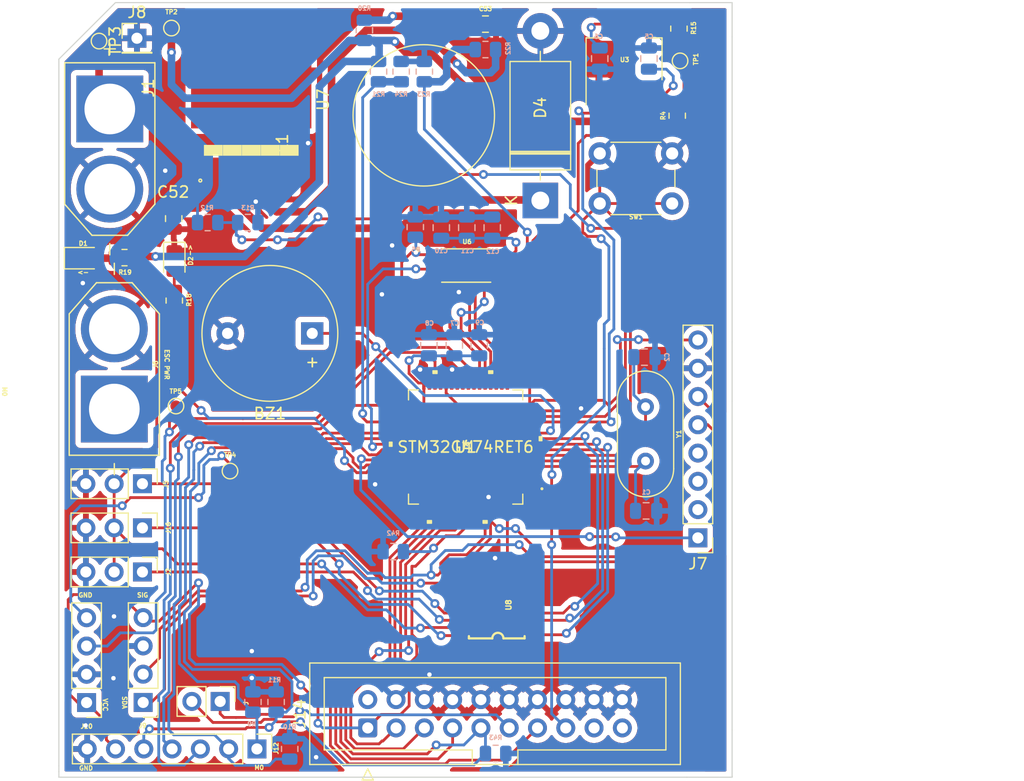
<source format=kicad_pcb>
(kicad_pcb (version 20211014) (generator pcbnew)
  (layers (0 "F.Cu" signal) (31 "B.Cu" signal) (34 "B.Paste" user) (35 "F.Paste" user) (36 "B.SilkS" user "B.Silkscreen") (37 "F.SilkS" user "F.Silkscreen") (38 "B.Mask" user) (39 "F.Mask" user) (44 "Edge.Cuts" user))
  (net 0 "")
  (net 1 "Buzzer")
  (net 2 "GND")
  (net 3 "Qin")
  (net 4 "Qout")
  (net 5 "+5V")
  (net 6 "ADC1_IN2")
  (net 7 "ADC1_IN1")
  (net 8 "VBAT")
  (net 9 "Net-(C53-Pad1)")
  (net 10 "Net-(D1-Pad2)")
  (net 11 "Net-(D2-Pad2)")
  (net 12 "Net-(D4-Pad1)")
  (net 13 "PWM_SERVO2_5V")
  (net 14 "PWM_BRUSHLESS_5V")
  (net 15 "MPU6000_IT")
  (net 19 "I2C_SDA")
  (net 20 "I2C_SCL")
  (net 21 "UART1_TX")
  (net 22 "UART1_RX")
  (net 23 "Lora_M0")
  (net 24 "Lora_M1")
  (net 25 "UART3_TX")
  (net 26 "UART3_RX")
  (net 27 "Lora_Aux")
  (net 29 "JRST")
  (net 30 "JTDI")
  (net 31 "JTMS")
  (net 32 "JTCK")
  (net 33 "Net-(J14-Pad11)")
  (net 34 "JTDO")
  (net 35 "RESET MCU")
  (net 38 "PWM_SERVO1_5V")
  (net 39 "CS_Memory")
  (net 40 "ADC1_IN3")
  (net 41 "LD1")
  (net 42 "ADC1_IN5")
  (net 43 "ADC1_IN4")
  (net 48 "PWM_SERVO1_3.3V")
  (net 49 "PWM_SERVO2_3.3V")
  (net 50 "PWM_BRUSHLESS_3.3V")
  (net 52 "SPICLK")
  (net 53 "SPI_MISO")
  (net 54 "SPI_MOSI")
  (net 61 "WP_Memory")
  (footprint "TestPoint:TestPoint_Pad_D1.0mm" (layer "F.Cu") (at 22.8092 14.986)
    (fp_text reference "TP2")
    (fp_text value "5V TP")
  )
  (footprint "Connector_PinHeader_2.54mm:PinHeader_1x02_P2.54mm_Vertical" (layer "F.Cu") (at 27.183 75.4888 -90)
    (fp_text reference "J ")
    (fp_text value " ")
  )
  (footprint "Resistor_SMD:R_0805_2012Metric" (layer "F.Cu") (at 23.0632 39.4716 90)
    (fp_text reference "R18")
    (fp_text value " ")
  )
  (footprint "Resistor_SMD:R_0805_2012Metric" (layer "F.Cu") (at 18.5928 35.6108 180)
    (fp_text reference "R19")
    (fp_text value "10000")
  )
  (footprint "Capacitor_SMD:C_0805_2012Metric" (layer "F.Cu") (at 23.0124 32.1056 -90)
    (fp_text reference "C52")
    (fp_text value "100uF")
  )
  (footprint "LibraryPerso:AMASS_XT60-M" (layer "F.Cu") (at 17.6784 45.6184 90)
    (fp_text reference "J6")
    (fp_text value "XT60-M")
  )
  (footprint "Resistor_SMD:R_0805_2012Metric" (layer "F.Cu") (at 68.3768 15.0368 -90)
    (fp_text reference "R15")
    (fp_text value "1")
  )
  (footprint "TestPoint:TestPoint_Pad_D1.0mm" (layer "F.Cu") (at 68.4784 17.9324 -90)
    (fp_text reference "TP1")
    (fp_text value "3.3V TP")
  )
  (footprint "Capacitor_SMD:C_0805_2012Metric" (layer "F.Cu") (at 51.0032 14.6304)
    (fp_text reference "C53")
    (fp_text value "1000uF")
  )
  (footprint "LED_SMD:LED_0805_2012Metric" (layer "F.Cu") (at 14.8844 35.6616)
    (fp_text reference "D1")
    (fp_text value " ")
  )
  (footprint "Diode_THT:D_DO-201AD_P15.24mm_Horizontal" (layer "F.Cu") (at 55.9308 30.48 90)
    (fp_text reference "D4")
    (fp_text value "1N5822")
  )
  (footprint "Connector_PinHeader_2.54mm:PinHeader_1x01_P2.54mm_Vertical" (layer "F.Cu") (at 19.7104 15.9004)
    (fp_text reference "J8")
    (fp_text value "GND")
  )
  (footprint "Connector_IDC:IDC-Header_2x10_P2.54mm_Vertical" (layer "F.Cu") (at 40.4368 77.8669 90)
    (fp_text reference "J14")
    (fp_text value " ")
  )
  (footprint "Package_TO_SOT_SMD:SOT-223-3_TabPin2" (layer "F.Cu") (at 63.4492 17.78 90)
    (fp_text reference "U3")
    (fp_text value "AMS1117-3.3")
  )
  (footprint "Connector_PinHeader_2.54mm:PinHeader_1x03_P2.54mm_Vertical" (layer "F.Cu") (at 20.2034 63.8556 -90)
    (fp_text reference "J2")
    (fp_text value "Servo2")
  )
  (footprint "Connector_PinHeader_2.54mm:PinHeader_1x03_P2.54mm_Vertical" (layer "F.Cu") (at 20.2034 59.8932 -90)
    (fp_text reference "J16")
    (fp_text value "Servo1")
  )
  (footprint "Connector_PinHeader_2.54mm:PinHeader_1x03_P2.54mm_Vertical" (layer "F.Cu") (at 20.2034 55.9308 -90)
    (fp_text reference "J5")
    (fp_text value "ESC_control")
  )
  (footprint "TestPoint:TestPoint_Pad_D1.0mm" (layer "F.Cu") (at 23.2156 48.9458)
    (fp_text reference "TP5")
    (fp_text value " ")
  )
  (footprint "LibraryPerso:MP002808" (layer "F.Cu") (at 45.466 30.4292 90)
    (fp_text reference "L1")
    (fp_text value "100uH")
  )
  (footprint "LibraryPerso:AMASS_XT60-M" (layer "F.Cu") (at 17.272 25.8572 -90)
    (fp_text reference "J1")
    (fp_text value "XT60-M")
  )
  (footprint "Crystal:Crystal_HC49-U_Vertical" (layer "F.Cu") (at 65.3796 49.0104 -90)
    (fp_text reference "Y1")
    (fp_text value "16Mhz")
  )
  (footprint "LibraryPerso:TSSOP20" (layer "F.Cu") (at 52.1192 66.823 90)
    (fp_text reference "U8")
    (fp_text value "TXS0108E")
  )
  (footprint "LibraryPerso:D2PAK-5" (layer "F.Cu") (at 29.972 23.606 90)
    (fp_text reference "U7")
    (fp_text value "LM2576D2TR4-5G")
  )
  (footprint "Connector_PinHeader_2.54mm:PinHeader_1x04_P2.54mm_Vertical" (layer "F.Cu") (at 15.1892 75.5904 180)
    (fp_text reference "J10")
    (fp_text value " ")
  )
  (footprint "Connector_PinHeader_2.54mm:PinHeader_1x07_P2.54mm_Vertical" (layer "F.Cu") (at 30.485 79.756 -90)
    (fp_text reference "J12")
    (fp_text value " ")
  )
  (footprint "Resistor_SMD:R_0805_2012Metric" (layer "F.Cu") (at 68.2244 22.86 90)
    (fp_text reference "R4")
    (fp_text value "100k")
  )
  (footprint "Connector_PinHeader_2.54mm:PinHeader_1x08_P2.54mm_Vertical" (layer "F.Cu") (at 70.0786 60.7926 180)
    (fp_text reference "J7")
    (fp_text value "MPU6000")
  )
  (footprint "Buzzer_Beeper:Buzzer_12x9.5RM7.6" (layer "F.Cu") (at 35.4484 42.418 180)
    (fp_text reference "BZ1")
    (fp_text value "Buzzer")
  )
  (footprint "LED_SMD:LED_0805_2012Metric" (layer "F.Cu") (at 23.0632 35.9156 -90)
    (fp_text reference "D2")
    (fp_text value " ")
  )
  (footprint "Connector_PinHeader_2.54mm:PinHeader_1x04_P2.54mm_Vertical" (layer "F.Cu") (at 20.2692 75.5804 180)
    (fp_text reference "J9")
    (fp_text value "BMP280")
  )
  (footprint "TestPoint:TestPoint_Pad_D1.0mm" (layer "F.Cu") (at 16.3068 16.1544 -90)
    (fp_text reference "TP3")
    (fp_text value " ")
  )
  (footprint "TestPoint:TestPoint_Pad_D1.0mm" (layer "F.Cu") (at 28.067 54.7878)
    (fp_text reference "TP4")
    (fp_text value "TX TP")
  )
  (footprint "LibraryPerso:SOP65P640X120-8N" (layer "F.Cu") (at 49.276 36.322)
    (fp_text reference "U6")
    (fp_text value " ")
  )
  (footprint "Button_Switch_THT:SW_PUSH_6mm" (layer "F.Cu") (at 67.766 30.7488 180)
    (fp_text reference "SW1")
    (fp_text value "SW_Push")
  )
  (footprint "LibraryPerso:STM32G474RET6" (layer "F.Cu") (at 49.2252 52.6288 180)
    (fp_text reference "U1")
    (fp_text value "STM32G474RET6")
  )
  (footprint "Capacitor_SMD:C_0805_2012Metric" (layer "B.Cu") (at 50.4444 43.4848 90)
    (fp_text reference "C9")
    (fp_text value " ")
  )
  (footprint "Resistor_SMD:R_0805_2012Metric" (layer "B.Cu") (at 44.704 32.8676 -90)
    (fp_text reference "R5")
    (fp_text value " ")
  )
  (footprint "Capacitor_SMD:C_0805_2012Metric" (layer "B.Cu") (at 61.2648 17.7292 -90)
    (fp_text reference "C6")
    (fp_text value "100nF")
  )
  (footprint "Capacitor_SMD:C_0805_2012Metric" (layer "B.Cu") (at 51.6128 32.9184 90)
    (fp_text reference "C12")
    (fp_text value " ")
  )
  (footprint "Resistor_SMD:R_0805_2012Metric" (layer "B.Cu") (at 51.0032 16.9164 180)
    (fp_text reference "R22")
    (fp_text value "1000")
  )
  (footprint "Capacitor_SMD:C_0805_2012Metric" (layer "B.Cu") (at 49.3268 32.9184 90)
    (fp_text reference "C11")
    (fp_text value " ")
  )
  (footprint "Capacitor_SMD:C_0805_2012Metric" (layer "B.Cu") (at 48.2092 43.4848 90)
    (fp_text reference "C7")
    (fp_text value " ")
  )
  (footprint "Capacitor_SMD:C_0805_2012Metric" (layer "B.Cu") (at 65.4304 58.3692 180)
    (fp_text reference "C1")
    (fp_text value " ")
  )
  (footprint "Resistor_SMD:R_0805_2012Metric" (layer "B.Cu") (at 42.7228 62.0268 180)
    (fp_text reference "R42")
    (fp_text value " ")
  )
  (footprint "Capacitor_SMD:C_0805_2012Metric" (layer "B.Cu") (at 45.9232 43.4848 90)
    (fp_text reference "C8")
    (fp_text value " ")
  )
  (footprint "Resistor_SMD:R_0805_2012Metric" (layer "B.Cu") (at 51.9176 80.1624 180)
    (fp_text reference "R43")
    (fp_text value " ")
  )
  (footprint "Resistor_SMD:R_0805_2012Metric" (layer "B.Cu") (at 29.6672 32.4612 180)
    (fp_text reference "R13")
    (fp_text value " ")
  )
  (footprint "Resistor_SMD:R_0805_2012Metric" (layer "B.Cu") (at 41.402 18.8976 -90)
    (fp_text reference "R21")
    (fp_text value "1000")
  )
  (footprint "Resistor_SMD:R_0805_2012Metric" (layer "B.Cu") (at 40.132 15.1892 -90)
    (fp_text reference "R20")
    (fp_text value "1")
  )
  (footprint "Resistor_SMD:R_0805_2012Metric" (layer "B.Cu") (at 26.0604 32.4612)
    (fp_text reference "R12")
    (fp_text value " ")
  )
  (footprint "Capacitor_SMD:C_0805_2012Metric" (layer "B.Cu") (at 47.0408 32.9184 90)
    (fp_text reference "C10")
    (fp_text value " ")
  )
  (footprint "Resistor_SMD:R_0805_2012Metric" (layer "B.Cu") (at 30.1244 75.5396 90)
    (fp_text reference "R9")
    (fp_text value " ")
  )
  (footprint "Resistor_SMD:R_0805_2012Metric" (layer "B.Cu") (at 45.5168 18.8976 -90)
    (fp_text reference "R23")
    (fp_text value "1000")
  )
  (footprint "Resistor_SMD:R_0805_2012Metric" (layer "B.Cu") (at 32.2072 75.5396 -90)
    (fp_text reference "R11")
    (fp_text value " ")
  )
  (footprint "Capacitor_SMD:C_0805_2012Metric" (layer "B.Cu") (at 65.6844 17.7292 90)
    (fp_text reference "C5")
    (fp_text value "100nF")
  )
  (footprint "Resistor_SMD:R_0805_2012Metric" (layer "B.Cu") (at 43.434 18.8976 90)
    (fp_text reference "R24")
    (fp_text value "1000")
  )
  (footprint "Capacitor_SMD:C_0805_2012Metric" (layer "B.Cu") (at 65.278 44.5516 180)
    (fp_text reference "C2")
    (fp_text value " ")
  )
  (footprint "Resistor_SMD:R_0805_2012Metric" (layer "B.Cu") (at 33.4264 79.756 90)
    (fp_text reference "R10")
    (fp_text value " ")
  )
  (gr_line (start 12.7 17.78) (end 12.7 35.56) (layer "Edge.Cuts") (width 0.1))
  (gr_line (start 73.15 82.25) (end 73.15 82.2) (layer "Edge.Cuts") (width 0.1))
  (gr_line (start 73.15 82.2) (end 73.15 82.3) (layer "Edge.Cuts") (width 0.1))
  (gr_line (start 69.088 82.296) (end 73.15 82.3) (layer "Edge.Cuts") (width 0.1))
  (gr_line (start 73.152 43.18) (end 73.152 48.514) (layer "Edge.Cuts") (width 0.1))
  (gr_line (start 12.7 81.28) (end 12.7 35.56) (layer "Edge.Cuts") (width 0.1))
  (gr_line (start 17.78 12.7) (end 69.342 12.7) (layer "Edge.Cuts") (width 0.1))
  (gr_line (start 12.7 17.78) (end 17.78 12.7) (layer "Edge.Cuts") (width 0.1))
  (gr_line (start 12.7 81.28) (end 12.7 81.788) (layer "Edge.Cuts") (width 0.1))
  (gr_line (start 12.7 82.296) (end 69.088 82.296) (layer "Edge.Cuts") (width 0.1))
  (gr_line (start 73.152 15.748) (end 73.152 12.7) (layer "Edge.Cuts") (width 0.1))
  (gr_line (start 73.152 12.7) (end 69.342 12.7) (layer "Edge.Cuts") (width 0.1))
  (gr_line (start 73.152 48.514) (end 73.15 78.05) (layer "Edge.Cuts") (width 0.1))
  (gr_line (start 73.15 78.05) (end 73.15 82.25) (layer "Edge.Cuts") (width 0.1))
  (gr_line (start 12.7 81.788) (end 12.7 82.296) (layer "Edge.Cuts") (width 0.1))
  (gr_line (start 73.152 43.18) (end 73.152 15.748) (layer "Edge.Cuts") (width 0.1))
  (gr_text "SIG\n" (at 20.2184 65.9384) (layer "F.SilkS") (effects (font (size 0.4 0.4) (thickness 0.1))))
  (gr_text "ESC PWR\n" (at 22.4028 45.212 270) (layer "F.SilkS") (effects (font (size 0.4 0.4) (thickness 0.1))))
  (gr_text "M0\n" (at 30.6832 81.4324) (layer "F.SilkS") (effects (font (size 0.4 0.4) (thickness 0.1))))
  (gr_text "M0\n" (at 7.8232 47.6504 270) (layer "F.SilkS") (effects (font (size 0.4 0.4) (thickness 0.1))))
  (gr_text "GND\n" (at 15.1384 81.4832) (layer "F.SilkS") (effects (font (size 0.4 0.4) (thickness 0.1))))
  (gr_text "GND\n" (at 15.0876 65.9384) (layer "F.SilkS") (effects (font (size 0.4 0.4) (thickness 0.1))))
  (gr_text "->" (at 24.4856 34.9504 90) (layer "F.SilkS") (effects (font (size 0.4 0.4) (thickness 0.1))))
  (gr_text "VCC" (at 16.8656 75.7936 270) (layer "F.SilkS") (effects (font (size 0.4 0.4) (thickness 0.1))))
  (gr_text "SDA" (at 18.5928 75.5904 270) (layer "F.SilkS") (effects (font (size 0.4 0.4) (thickness 0.1))))
  (gr_text "->" (at 14.8844 36.9824 180) (layer "F.SilkS") (effects (font (size 0.4 0.4) (thickness 0.1))))
  (segment (start 39.961282 42.418) (end 35.4484 42.418) (width 0.25) (layer "F.Cu") (net 1))
  (segment (start 54.975199 51.3788) (end 56.620699 51.3788) (width 0.25) (layer "F.Cu") (net 1))
  (segment (start 56.620699 51.3788) (end 56.8452 51.154299) (width 0.25) (layer "F.Cu") (net 1))
  (segment (start 41.1541 43.610818) (end 39.961282 42.418) (width 0.25) (layer "F.Cu") (net 1))
  (via (at 56.8452 51.154299) (size 0.8) (drill 0.4) (layers "F.Cu" "B.Cu") (net 1))
  (via (at 41.1541 43.610818) (size 0.8) (drill 0.4) (layers "F.Cu" "B.Cu") (net 1))
  (segment (start 57.0738 50.925699) (end 57.0738 49.149) (width 0.25) (layer "B.Cu") (net 1))
  (segment (start 56.8452 51.154299) (end 57.0738 50.925699) (width 0.25) (layer "B.Cu") (net 1))
  (segment (start 45.549282 48.006) (end 41.1541 43.610818) (width 0.25) (layer "B.Cu") (net 1))
  (segment (start 57.0738 49.149) (end 55.9308 48.006) (width 0.25) (layer "B.Cu") (net 1))
  (segment (start 54.8894 48.006) (end 45.549282 48.006) (width 0.25) (layer "B.Cu") (net 1))
  (segment (start 55.9308 48.006) (end 54.8894 48.006) (width 0.25) (layer "B.Cu") (net 1))
  (segment (start 47.9752 45.7) (end 48.006 45.6692) (width 0.25) (layer "F.Cu") (net 2))
  (segment (start 45.975199 45.975199) (end 45.9486 45.9486) (width 0.25) (layer "F.Cu") (net 2))
  (segment (start 59.370701 49.378799) (end 59.5884 49.1611) (width 0.25) (layer "F.Cu") (net 2))
  (segment (start 54.975199 49.378799) (end 59.370701 49.378799) (width 0.25) (layer "F.Cu") (net 2))
  (segment (start 45.9486 45.8978) (end 45.9486 45.9486) (width 0.25) (layer "F.Cu") (net 2))
  (segment (start 41.199999 55.878801) (end 41.0972 55.9816) (width 0.25) (layer "F.Cu") (net 2))
  (segment (start 51.2826 57.1246) (end 51.983906 57.1246) (width 0.25) (layer "F.Cu") (net 2))
  (segment (start 51.983906 57.1246) (end 52.475201 57.615895) (width 0.25) (layer "F.Cu") (net 2))
  (segment (start 47.9752 46.878801) (end 47.9752 45.7) (width 0.25) (layer "F.Cu") (net 2))
  (segment (start 45.72 45.6692) (end 45.9486 45.8978) (width 0.25) (layer "F.Cu") (net 2))
  (segment (start 50.8298 63.648) (end 51.8668 62.611) (width 0.25) (layer "F.Cu") (net 2))
  (segment (start 30.0228 73.3806) (end 30.0228 70.9676) (width 0.25) (layer "F.Cu") (net 2))
  (segment (start 45.975199 46.878801) (end 45.975199 45.975199) (width 0.25) (layer "F.Cu") (net 2))
  (segment (start 43.475201 55.878801) (end 41.199999 55.878801) (width 0.25) (layer "F.Cu") (net 2))
  (segment (start 49.0692 63.648) (end 50.8298 63.648) (width 0.25) (layer "F.Cu") (net 2))
  (segment (start 52.475201 57.615895) (end 52.475201 58.378799) (width 0.25) (layer "F.Cu") (net 2))
  (segment (start 45.1358 45.6692) (end 45.72 45.6692) (width 0.25) (layer "F.Cu") (net 2))
  (via (at 59.5884 49.1611) (size 0.8) (drill 0.4) (layers "F.Cu" "B.Cu") (net 2))
  (via (at 41.7068 38.9128) (size 0.8) (drill 0.4) (layers "F.Cu" "B.Cu") (net 2))
  (via (at 42.6212 34.5186) (size 0.8) (drill 0.4) (layers "F.Cu" "B.Cu") (net 2))
  (via (at 14.85 37.9) (size 0.8) (drill 0.4) (layers "F.Cu" "B.Cu") (net 2))
  (via (at 41.0972 55.9816) (size 0.8) (drill 0.4) (layers "F.Cu" "B.Cu") (net 2))
  (via (at 30.0228 73.3806) (size 0.8) (drill 0.4) (layers "F.Cu" "B.Cu") (net 2))
  (via (at 17.6 73.4) (size 0.8) (drill 0.4) (layers "F.Cu" "B.Cu") (net 2))
  (via (at 51.8668 62.611) (size 0.8) (drill 0.4) (layers "F.Cu" "B.Cu") (net 2))
  (via (at 48.006 45.6692) (size 0.8) (drill 0.4) (layers "F.Cu" "B.Cu") (net 2))
  (via (at 17.65 67.85) (size 0.8) (drill 0.4) (layers "F.Cu" "B.Cu") (net 2))
  (via (at 35.8 80.5) (size 0.8) (drill 0.4) (layers "F.Cu" "B.Cu") (net 2))
  (via (at 30.0228 70.9676) (size 0.8) (drill 0.4) (layers "F.Cu" "B.Cu") (net 2))
  (via (at 35.0774 25.3238) (size 0.8) (drill 0.4) (layers "F.Cu" "B.Cu") (net 2))
  (via (at 15.1 77.65) (size 0.8) (drill 0.4) (layers "F.Cu" "B.Cu") (net 2))
  (via (at 48.6156 38.7096) (size 0.8) (drill 0.4) (layers "F.Cu" "B.Cu") (net 2))
  (via (at 30.3784 30.5816) (size 0.8) (drill 0.4) (layers "F.Cu" "B.Cu") (net 2))
  (via (at 45.1358 45.6692) (size 0.8) (drill 0.4) (layers "F.Cu" "B.Cu") (net 2))
  (via (at 22.25 27.8) (size 0.8) (drill 0.4) (layers "F.Cu" "B.Cu") (net 2))
  (via (at 51.2826 57.1246) (size 0.8) (drill 0.4) (layers "F.Cu" "B.Cu") (net 2))
  (via (at 45.974 73.0758) (size 0.8) (drill 0.4) (layers "F.Cu" "B.Cu") (net 2))
  (segment (start 30.1244 74.6271) (end 30.1244 73.4822) (width 0.25) (layer "B.Cu") (net 2))
  (segment (start 30.1244 73.4822) (end 30.0228 73.3806) (width 0.25) (layer "B.Cu") (net 2))
  (segment (start 54.975199 54.378799) (end 64.891201 54.378799) (width 0.25) (layer "F.Cu") (net 3))
  (segment (start 64.891201 54.378799) (end 65.3796 53.8904) (width 0.25) (layer "F.Cu") (net 3))
  (segment (start 64.4804 58.3692) (end 64.4804 54.7896) (width 0.25) (layer "B.Cu") (net 3))
  (segment (start 64.4804 54.7896) (end 65.3796 53.8904) (width 0.25) (layer "B.Cu") (net 3))
  (segment (start 63.0628 53.8788) (end 65.3796 51.562) (width 0.25) (layer "F.Cu") (net 4))
  (segment (start 65.3796 51.562) (end 65.3796 49.0104) (width 0.25) (layer "F.Cu") (net 4))
  (segment (start 54.975199 53.8788) (end 63.0628 53.8788) (width 0.25) (layer "F.Cu") (net 4))
  (segment (start 64.328 44.5516) (end 64.328 47.9588) (width 0.25) (layer "B.Cu") (net 4))
  (segment (start 64.328 47.9588) (end 65.3796 49.0104) (width 0.25) (layer "B.Cu") (net 4))
  (segment (start 22.8092 17.1704) (end 22.8092 14.986) (width 0.68) (layer "F.Cu") (net 5))
  (segment (start 64.2112 23.368) (end 65.7492 21.83) (width 0.68) (layer "F.Cu") (net 5))
  (segment (start 45.16355 68.89575) (end 45.2113 68.848) (width 0.25) (layer "F.Cu") (net 5))
  (segment (start 21.9964 61.7728) (end 19.2024 61.7728) (width 0.25) (layer "F.Cu") (net 5))
  (segment (start 21.4884 52.6542) (end 21.4884 37.5939) (width 0.25) (layer "F.Cu") (net 5))
  (segment (start 52.2732 23.368) (end 64.2112 23.368) (width 0.68) (layer "F.Cu") (net 5))
  (segment (start 43.8404 17.1704) (end 46.0756 17.1704) (width 0.68) (layer "F.Cu") (net 5))
  (segment (start 21.3868 35.5092) (end 19.6069 35.5092) (width 0.68) (layer "F.Cu") (net 5))
  (segment (start 45.2113 68.848) (end 49.0692 68.848) (width 0.25) (layer "F.Cu") (net 5))
  (segment (start 65.7492 21.83) (end 65.7492 20.93) (width 0.68) (layer "F.Cu") (net 5))
  (segment (start 17.6634 55.9308) (end 17.6634 59.8932) (width 0.25) (layer "F.Cu") (net 5))
  (segment (start 65.7492 20.93) (end 67.1064 20.93) (width 0.25) (layer "F.Cu") (net 5))
  (segment (start 42.8752 16.2052) (end 43.8404 17.1704) (width 0.68) (layer "F.Cu") (net 5))
  (segment (start 19.6069 35.5092) (end 19.5053 35.6108) (width 0.68) (layer "F.Cu") (net 5))
  (segment (start 19.2024 61.7728) (end 19.2024 61.4322) (width 0.25) (layer "F.Cu") (net 5))
  (segment (start 17.6634 63.8556) (end 17.6634 59.8932) (width 0.25) (layer "F.Cu") (net 5))
  (segment (start 46.0756 17.1704) (end 52.2732 23.368) (width 0.68) (layer "F.Cu") (net 5))
  (segment (start 21.4884 37.5939) (end 19.5053 35.6108) (width 0.25) (layer "F.Cu") (net 5))
  (segment (start 20.32 53.8226) (end 21.4884 52.6542) (width 0.25) (layer "F.Cu") (net 5))
  (segment (start 23.3547 63.1311) (end 21.9964 61.7728) (width 0.25) (layer "F.Cu") (net 5))
  (segment (start 67.1064 20.93) (end 67.8688 20.1676) (width 0.25) (layer "F.Cu") (net 5))
  (segment (start 19.2024 61.4322) (end 17.6634 59.8932) (width 0.25) (layer "F.Cu") (net 5))
  (segment (start 36.2966 63.1311) (end 23.3547 63.1311) (width 0.25) (layer "F.Cu") (net 5))
  (segment (start 19.7716 53.8226) (end 20.32 53.8226) (width 0.25) (layer "F.Cu") (net 5))
  (segment (start 17.6634 55.9308) (end 19.7716 53.8226) (width 0.25) (layer "F.Cu") (net 5))
  (via (at 22.8092 17.1704) (size 0.8) (drill 0.4) (layers "F.Cu" "B.Cu") (net 5))
  (via (at 36.2966 63.1311) (size 0.8) (drill 0.4) (layers "F.Cu" "B.Cu") (net 5))
  (via (at 45.16355 68.89575) (size 0.8) (drill 0.4) (layers "F.Cu" "B.Cu") (net 5))
  (via (at 42.8752 16.2052) (size 0.8) (drill 0.4) (layers "F.Cu" "B.Cu") (net 5))
  (via (at 67.8688 20.1676) (size 0.8) (drill 0.4) (layers "F.Cu" "B.Cu") (net 5))
  (via (at 21.3868 35.5092) (size 0.8) (drill 0.4) (layers "F.Cu" "B.Cu") (net 5))
  (segment (start 67.244 18.6792) (end 65.6844 18.6792) (width 0.25) (layer "B.Cu") (net 5))
  (segment (start 41.402 17.9851) (end 38.3521 17.9851) (width 0.68) (layer "B.Cu") (net 5))
  (segment (start 37.1348 19.2024) (end 36.0936 20.2436) (width 0.68) (layer "B.Cu") (net 5))
  (segment (start 40.132 16.1017) (end 38.7623 16.1017) (width 0.68) (layer "B.Cu") (net 5))
  (segment (start 67.8688 20.1676) (end 67.8688 19.304) (width 0.25) (layer "B.Cu") (net 5))
  (segment (start 40.132 16.1017) (end 42.7717 16.1017) (width 0.68) (layer "B.Cu") (net 5))
  (segment (start 42.7717 16.1017) (end 42.8752 16.2052) (width 0.68) (layer "B.Cu") (net 5))
  (segment (start 40.132 16.1017) (end 40.9937 16.1017) (width 0.68) (layer "B.Cu") (net 5))
  (segment (start 40.4247 67.2592) (end 36.2966 63.1311) (width 0.25) (layer "B.Cu") (net 5))
  (segment (start 41.4528 17.9343) (end 41.402 17.9851) (width 0.68) (layer "B.Cu") (net 5))
  (segment (start 67.8688 19.304) (end 67.244 18.6792) (width 0.25) (layer "B.Cu") (net 5))
  (segment (start 43.74975 68.89575) (end 42.1132 67.2592) (width 0.25) (layer "B.Cu") (net 5))
  (segment (start 34.4932 20.3708) (end 33.5788 21.2852) (width 0.68) (layer "B.Cu") (net 5))
  (segment (start 34.29 30.5816) (end 29.3624 35.5092) (width 0.68) (layer "B.Cu") (net 5))
  (segment (start 38.3521 17.9851) (end 37.1348 19.2024) (width 0.68) (layer "B.Cu") (net 5))
  (segment (start 29.3624 35.5092) (end 21.3868 35.5092) (width 0.68) (layer "B.Cu") (net 5))
  (segment (start 45.16355 68.89575) (end 43.74975 68.89575) (width 0.25) (layer "B.Cu") (net 5))
  (segment (start 38.7623 16.1017) (end 34.4932 20.3708) (width 0.68) (layer "B.Cu") (net 5))
  (segment (start 33.5788 21.2852) (end 24.0284 21.2852) (width 0.68) (layer "B.Cu") (net 5))
  (segment (start 24.0284 21.2852) (end 22.8092 20.066) (width 0.68) (layer "B.Cu") (net 5))
  (segment (start 41.4528 16.5608) (end 41.4528 17.9343) (width 0.68) (layer "B.Cu") (net 5))
  (segment (start 40.9937 16.1017) (end 41.4528 16.5608) (width 0.68) (layer "B.Cu") (net 5))
  (segment (start 42.1132 67.2592) (end 40.4247 67.2592) (width 0.25) (layer "B.Cu") (net 5))
  (segment (start 36.0936 28.778) (end 34.29 30.5816) (width 0.68) (layer "B.Cu") (net 5))
  (segment (start 22.8092 20.066) (end 22.8092 17.1704) (width 0.68) (layer "B.Cu") (net 5))
  (segment (start 36.0936 20.2436) (end 36.0936 28.778) (width 0.68) (layer "B.Cu") (net 5))
  (segment (start 60.5028 14.9352) (end 60.808 14.63) (width 0.25) (layer "F.Cu") (net 6))
  (segment (start 59.3852 22.4285) (end 59.5881 22.6314) (width 0.25) (layer "F.Cu") (net 6))
  (segment (start 65.5832 14.63) (end 66.0889 14.1243) (width 0.25) (layer "F.Cu") (net 6))
  (segment (start 54.975199 50.378799) (end 62.278801 50.378799) (width 0.25) (layer "F.Cu") (net 6))
  (segment (start 62.278801 50.378799) (end 62.2851 50.3725) (width 0.25) (layer "F.Cu") (net 6))
  (segment (start 63.4492 14.63) (end 63.4492 20.93) (width 0.25) (layer "F.Cu") (net 6))
  (segment (start 63.4492 21.7932) (end 63.4492 20.93) (width 0.25) (layer "F.Cu") (net 6))
  (segment (start 63.4492 14.63) (end 65.5832 14.63) (width 0.25) (layer "F.Cu") (net 6))
  (segment (start 62.611 22.6314) (end 63.4492 21.7932) (width 0.25) (layer "F.Cu") (net 6))
  (segment (start 66.0889 14.1243) (end 68.3768 14.1243) (width 0.25) (layer "F.Cu") (net 6))
  (segment (start 59.5881 22.6314) (end 62.611 22.6314) (width 0.25) (layer "F.Cu") (net 6))
  (segment (start 60.808 14.63) (end 63.4492 14.63) (width 0.25) (layer "F.Cu") (net 6))
  (via (at 60.5028 14.9352) (size 0.8) (drill 0.4) (layers "F.Cu" "B.Cu") (net 6))
  (via (at 62.2851 50.3725) (size 0.8) (drill 0.4) (layers "F.Cu" "B.Cu") (net 6))
  (via (at 59.3852 22.4285) (size 0.8) (drill 0.4) (layers "F.Cu" "B.Cu") (net 6))
  (segment (start 62.120502 50.207902) (end 62.120502 42.451298) (width 0.25) (layer "B.Cu") (net 6))
  (segment (start 62.5348 42.037) (end 62.5348 34.026695) (width 0.25) (layer "B.Cu") (net 6))
  (segment (start 62.2851 50.3725) (end 62.120502 50.207902) (width 0.25) (layer "B.Cu") (net 6))
  (segment (start 62.5348 34.026695) (end 59.7408 31.232695) (width 0.25) (layer "B.Cu") (net 6))
  (segment (start 60.5028 16.0172) (end 61.2648 16.7792) (width 0.25) (layer "B.Cu") (net 6))
  (segment (start 60.5028 14.9352) (end 60.5028 16.0172) (width 0.25) (layer "B.Cu") (net 6))
  (segment (start 62.5348 50.1228) (end 62.2851 50.3725) (width 0.25) (layer "B.Cu") (net 6))
  (segment (start 62.120502 42.451298) (end 62.5348 42.037) (width 0.25) (layer "B.Cu") (net 6))
  (segment (start 59.7408 22.7841) (end 59.3852 22.4285) (width 0.25) (layer "B.Cu") (net 6))
  (segment (start 59.7408 31.232695) (end 59.7408 22.7841) (width 0.25) (layer "B.Cu") (net 6))
  (segment (start 48.575899 48.8788) (end 47.475201 47.778102) (width 0.25) (layer "F.Cu") (net 7))
  (segment (start 52.9752 57.479498) (end 52.9752 58.378799) (width 0.25) (layer "F.Cu") (net 7))
  (segment (start 67.4097 21.9475) (end 68.2244 21.9475) (width 0.25) (layer "F.Cu") (net 7))
  (segment (start 44.999201 46.878801) (end 45.4752 46.878801) (width 0.25) (layer "F.Cu") (net 7))
  (segment (start 54.975199 48.8788) (end 54.075898 48.8788) (width 0.25) (layer "F.Cu") (net 7))
  (segment (start 63.120002 43.2513) (end 62.845502 42.9768) (width 0.25) (layer "F.Cu") (net 7))
  (segment (start 41.6465 76.6572) (end 40.4368 77.8669) (width 0.25) (layer "F.Cu") (net 7))
  (segment (start 59.3344 31.3944) (end 59.3344 25.3492) (width 0.25) (layer "F.Cu") (net 7))
  (segment (start 54.975199 50.878801) (end 54.075898 50.878801) (width 0.25) (layer "F.Cu") (net 7))
  (segment (start 54.053299 50.856199) (end 54.075901 50.878801) (width 0.25) (layer "F.Cu") (net 7))
  (segment (start 52.9752 68.2152) (end 52.9752 58.378799) (width 0.25) (layer "F.Cu") (net 7))
  (segment (start 25.1521 64.8401) (end 21.717 68.2752) (width 0.25) (layer "F.Cu") (net 7))
  (segment (start 54.9692 68.848) (end 51.5988 68.848) (width 0.25) (layer "F.Cu") (net 7))
  (segment (start 64.7192 24.638) (end 67.4097 21.9475) (width 0.25) (layer "F.Cu") (net 7))
  (segment (start 55.2704 38.228396) (end 55.2704 34.0868) (width 0.25) (layer "F.Cu") (net 7))
  (segment (start 54.075898 50.878801) (end 52.9752 51.979499) (width 0.25) (layer "F.Cu") (net 7))
  (segment (start 44.1452 46.0248) (end 44.999201 46.878801) (width 0.25) (layer "F.Cu") (net 7))
  (segment (start 46.975199 46.878801) (end 47.475201 46.878801) (width 0.25) (layer "F.Cu") (net 7))
  (segment (start 45.113192 71.7804) (end 44.1518 72.741792) (width 0.25) (layer "F.Cu") (net 7))
  (segment (start 13.5382 66.3448) (end 13.5382 74.7268) (width 0.25) (layer "F.Cu") (net 7))
  (segment (start 44.374502 56.3788) (end 43.475201 56.3788) (width 0.25) (layer "F.Cu") (net 7))
  (segment (start 18.1964 65.8876) (end 13.9954 65.8876) (width 0.25) (layer "F.Cu") (net 7))
  (segment (start 54.075901 50.878801) (end 54.975199 50.878801) (width 0.25) (layer "F.Cu") (net 7))
  (segment (start 52.9752 51.979499) (end 52.9752 57.479498) (width 0.25) (layer "F.Cu") (net 7))
  (segment (start 54.975199 48.8788) (end 55.417899 48.4361) (width 0.25) (layer "F.Cu") (net 7))
  (segment (start 35.9664 75.565) (end 34.417 74.0156) (width 0.25) (layer "F.Cu") (net 7))
  (segment (start 53.7464 35.0012) (end 53.4006 35.347) (width 0.25) (layer "F.Cu") (net 7))
  (segment (start 45.4752 46.878801) (end 45.4752 55.278102) (width 0.25) (layer "F.Cu") (net 7))
  (segment (start 68.3768 17.8308) (end 68.4784 17.9324) (width 0.25) (layer "F.Cu") (net 7))
  (segment (start 68.4784 17.9324) (end 68.834 18.288) (width 0.25) (layer "F.Cu") (net 7))
  (segment (start 45.4752 55.278102) (end 44.374502 56.3788) (width 0.25) (layer "F.Cu") (net 7))
  (segment (start 21.717 68.2752) (end 20.584 68.2752) (width 0.25) (layer "F.Cu") (net 7))
  (segment (start 63.120002 47.8282) (end 63.120002 43.2513) (width 0.25) (layer "F.Cu") (net 7))
  (segment (start 17.785 79.756) (end 16.9672 78.9382) (width 0.25) (layer "F.Cu") (net 7))
  (segment (start 56.5912 32.766) (end 57.9628 32.766) (width 0.25) (layer "F.Cu") (net 7))
  (segment (start 68.834 18.288) (end 68.834 21.3379) (width 0.25) (layer "F.Cu") (net 7))
  (segment (start 64.780302 43.0126) (end 64.744502 42.9768) (width 0.25) (layer "F.Cu") (net 7))
  (segment (start 25.241698 64.8401) (end 25.1521 64.8401) (width 0.25) (layer "F.Cu") (net 7))
  (segment (start 20.584 68.2752) (end 20.2692 67.9604) (width 0.25) (layer "F.Cu") (net 7))
  (segment (start 20.2692 67.9604) (end 18.1964 65.8876) (width 0.25) (layer "F.Cu") (net 7))
  (segment (start 54.075898 48.8788) (end 54.053299 48.901399) (width 0.25) (layer "F.Cu") (net 7))
  (segment (start 13.9954 65.8876) (end 13.5382 66.3448) (width 0.25) (layer "F.Cu") (net 7))
  (segment (start 68.3768 15.9493) (end 68.3768 17.8308) (width 0.25) (layer "F.Cu") (net 7))
  (segment (start 54.053299 48.901399) (end 54.053299 50.856199) (width 0.25) (layer "F.Cu") (net 7))
  (segment (start 54.975199 48.8788) (end 54.975199 46.922403) (width 0.25) (layer "F.Cu") (net 7))
  (segment (start 62.069402 48.8788) (end 63.120002 47.8282) (width 0.25) (layer "F.Cu") (net 7))
  (segment (start 55.2704 34.0868) (end 56.5912 32.766) (width 0.25) (layer "F.Cu") (net 7))
  (segment (start 48.6664 71.7804) (end 45.113192 71.7804) (width 0.25) (layer "F.Cu") (net 7))
  (segment (start 54.9692 68.848) (end 53.608 68.848) (width 0.25) (layer "F.Cu") (net 7))
  (segment (start 43.3832 76.6572) (end 41.6465 76.6572) (width 0.25) (layer "F.Cu") (net 7))
  (segment (start 16.9672 78.9382) (end 16.9672 77.3684) (width 0.25) (layer "F.Cu") (net 7))
  (segment (start 44.1452 44.8564) (end 44.1452 46.0248) (width 0.25) (layer "F.Cu") (net 7))
  (segment (start 52.8752 40.623596) (end 55.2704 38.228396) (width 0.25) (layer "F.Cu") (net 7))
  (segment (start 54.975199 48.8788) (end 48.575899 48.8788) (width 0.25) (layer "F.Cu") (net 7))
  (segment (start 44.1518 75.8886) (end 43.3832 76.6572) (width 0.25) (layer "F.Cu") (net 7))
  (segment (start 47.475201 47.778102) (end 47.475201 46.878801) (width 0.25) (layer "F.Cu") (net 7))
  (segment (start 68.834 21.3379) (end 68.2244 21.9475) (width 0.25) (layer "F.Cu") (net 7))
  (segment (start 51.874502 56.3788) (end 52.9752 57.479498) (width 0.25) (layer "F.Cu") (net 7))
  (segment (start 43.475201 56.3788) (end 51.874502 56.3788) (width 0.25) (layer "F.Cu") (net 7))
  (segment (start 53.608 68.848) (end 52.9752 68.2152) (width 0.25) (layer "F.Cu") (net 7))
  (segment (start 54.975199 46.922403) (end 52.8752 44.822404) (width 0.25) (layer "F.Cu") (net 7))
  (segment (start 53.4006 35.347) (end 52.146 35.347) (width 0.25) (layer "F.Cu") (net 7))
  (segment (start 51.5988 68.848) (end 48.6664 71.7804) (width 0.25) (layer "F.Cu") (net 7))
  (segment (start 16.9672 77.3684) (end 15.1892 75.5904) (width 0.25) (layer "F.Cu") (net 7))
  (segment (start 61.626702 48.4361) (end 62.069402 48.8788) (width 0.25) (layer "F.Cu") (net 7))
  (segment (start 14.4018 75.5904) (end 15.1892 75.5904) (width 0.25) (layer "F.Cu") (net 7))
  (segment (start 70.0786 43.0126) (end 64.780302 43.0126) (width 0.25) (layer "F.Cu") (net 7))
  (segment (start 57.9628 32.766) (end 59.3344 31.3944) (width 0.25) (layer "F.Cu") (net 7))
  (segment (start 59.3344 25.3492) (end 60.0456 24.638) (width 0.25) (layer "F.Cu") (net 7))
  (segment (start 55.417899 48.4361) (end 61.626702 48.4361) (width 0.25) (layer "F.Cu") (net 7))
  (segment (start 53.7464 34.2392) (end 53.7464 35.0012) (width 0.25) (layer "F.Cu") (net 7))
  (segment (start 13.5382 74.7268) (end 14.4018 75.5904) (width 0.25) (layer "F.Cu") (net 7))
  (segment (start 44.1518 72.741792) (end 44.1518 75.8886) (width 0.25) (layer "F.Cu") (net 7))
  (segment (start 35.9664 77.4446) (end 35.9664 75.565) (width 0.25) (layer "F.Cu") (net 7))
  (segment (start 60.0456 24.638) (end 64.7192 24.638) (width 0.25) (layer "F.Cu") (net 7))
  (segment (start 52.8752 44.822404) (end 52.8752 40.623596) (width 0.25) (layer "F.Cu") (net 7))
  (via (at 62.845502 42.9768) (size 0.8) (drill 0.4) (layers "F.Cu" "B.Cu") (net 7))
  (via (at 34.417 74.0156) (size 0.8) (drill 0.4) (layers "F.Cu" "B.Cu") (net 7))
  (via (at 25.241698 64.8401) (size 0.8) (drill 0.4) (layers "F.Cu" "B.Cu") (net 7))
  (via (at 64.744502 42.9768) (size 0.8) (drill 0.4) (layers "F.Cu" "B.Cu") (net 7))
  (via (at 35.9664 77.4446) (size 0.8) (drill 0.4) (layers "F.Cu" "B.Cu") (net 7))
  (via (at 44.1452 44.8564) (size 0.8) (drill 0.4) (layers "F.Cu" "B.Cu") (net 7))
  (via (at 53.7464 34.2392) (size 0.8) (drill 0.4) (layers "F.Cu" "B.Cu") (net 7))
  (segment (start 51.6128 33.8684) (end 53.3756 33.8684) (width 0.25) (layer "B.Cu") (net 7))
  (segment (start 50.4444 44.4348) (end 48.2092 44.4348) (width 0.25) (layer "B.Cu") (net 7))
  (segment (start 44.5668 44.4348) (end 44.1452 44.8564) (width 0.25) (layer "B.Cu") (net 7))
  (segment (start 49.3268 33.8684) (end 51.6128 33.8684) (width 0.25) (layer "B.Cu") (net 7))
  (segment (start 24.9792 72.1614) (end 24.4204 71.6026) (width 0.25) (layer "B.Cu") (net 7))
  (segment (start 47.0408 33.8684) (end 49.3268 33.8684) (width 0.25) (layer "B.Cu") (net 7))
  (segment (start 36.3887 77.8669) (end 35.9664 77.4446) (width 0.25) (layer "B.Cu") (net 7))
  (segment (start 25.241698 66.852898) (end 25.241698 64.8401) (width 0.25) (layer "B.Cu") (net 7))
  (segment (start 45.9232 44.4348) (end 48.2092 44.4348) (width 0.25) (layer "B.Cu") (net 7))
  (segment (start 53.3756 33.8684) (end 53.7464 34.2392) (width 0.25) (layer "B.Cu") (net 7))
  (segment (start 64.744502 42.9768) (end 62.845502 42.9768) (width 0.25) (layer "B.Cu") (net 7))
  (segment (start 34.417 74.0156) (end 34.417 73.861804) (width 0.25) (layer "B.Cu") (net 7))
  (segment (start 40.4368 77.8669) (end 38.422096 77.8669) (width 0.25) (layer "B.Cu") (net 7))
  (segment (start 45.9232 44.4348) (end 44.5668 44.4348) (width 0.25) (layer "B.Cu") (net 7))
  (segment (start 32.716596 72.1614) (end 24.9792 72.1614) (width 0.25) (layer "B.Cu") (net 7))
  (segment (start 34.417 73.861804) (end 32.716596 72.1614) (width 0.25) (layer "B.Cu") (net 7))
  (segment (start 24.4204 71.6026) (end 24.4204 67.674196) (width 0.25) (layer "B.Cu") (net 7))
  (segment (start 24.4204 67.674196) (end 25.241698 66.852898) (width 0.25) (layer "B.Cu") (net 7))
  (segment (start 38.422096 77.8669) (end 36.3887 77.8669) (width 0.25) (layer "B.Cu") (net 7))
  (segment (start 23.0124 31.1556) (end 25.2832 31.1556) (width 0.68) (layer "F.Cu") (net 8))
  (segment (start 26.5684 28.1272) (end 26.2476 28.1272) (width 0.68) (layer "F.Cu") (net 8))
  (segment (start 26.2476 28.1272) (end 20.3776 22.2572) (width 0.68) (layer "F.Cu") (net 8))
  (segment (start 16.3068 21.292) (end 17.272 22.2572) (width 0.68) (layer "F.Cu") (net 8))
  (segment (start 25.2832 31.1556) (end 26.5684 29.8704) (width 0.68) (layer "F.Cu") (net 8))
  (segment (start 16.3068 16.1544) (end 16.3068 21.292) (width 0.68) (layer "F.Cu") (net 8))
  (segment (start 26.5684 29.8704) (end 26.5684 28.1272) (width 0.68) (layer "F.Cu") (net 8))
  (segment (start 20.3776 22.2572) (end 17.272 22.2572) (width 0.68) (layer "F.Cu") (net 8))
  (segment (start 17.6784 49.2184) (end 20.276 49.2184) (width 2.77) (layer "B.Cu") (net 8))
  (segment (start 22.9616 46.5328) (end 22.9616 40.0304) (width 2.77) (layer "B.Cu") (net 8))
  (segment (start 18.6436 35.445186) (end 25.146 28.942786) (width 2.77) (layer "B.Cu") (net 8))
  (segment (start 25.1479 28.944686) (end 25.146 28.942786) (width 0.25) (layer "B.Cu") (net 8))
  (segment (start 22.9616 40.0304) (end 18.6436 35.7124) (width 2.77) (layer "B.Cu") (net 8))
  (segment (start 25.1479 32.4612) (end 25.1479 28.944686) (width 0.25) (layer "B.Cu") (net 8))
  (segment (start 25.146 26.5684) (end 20.8348 22.2572) (width 2.77) (layer "B.Cu") (net 8))
  (segment (start 25.146 28.942786) (end 25.146 26.5684) (width 2.77) (layer "B.Cu") (net 8))
  (segment (start 20.8348 22.2572) (end 17.272 22.2572) (width 2.77) (layer "B.Cu") (net 8))
  (segment (start 20.276 49.2184) (end 22.9616 46.5328) (width 2.77) (layer "B.Cu") (net 8))
  (segment (start 18.6436 35.7124) (end 18.6436 35.445186) (width 2.77) (layer "B.Cu") (net 8))
  (segment (start 31.6484 29.5642) (end 31.6484 30.8864) (width 0.68) (layer "F.Cu") (net 9))
  (segment (start 37.1856 18.288) (end 40.2844 15.1892) (width 0.68) (layer "F.Cu") (net 9))
  (segment (start 45.466 15.1892) (end 48.4632 18.1864) (width 0.68) (layer "F.Cu") (net 9))
  (segment (start 40.2844 15.1892) (end 45.466 15.1892) (width 0.68) (layer "F.Cu") (net 9))
  (segment (start 50.0532 14.6304) (end 46.0248 14.6304) (width 0.68) (layer "F.Cu") (net 9))
  (segment (start 46.0248 14.6304) (end 45.466 15.1892) (width 0.68) (layer "F.Cu") (net 9))
  (segment (start 32.258 31.496) (end 34.9504 31.496) (width 0.68) (layer "F.Cu") (net 9))
  (segment (start 31.6738 29.5388) (end 31.6484 29.5642) (width 0.68) (layer "F.Cu") (net 9))
  (segment (start 31.6484 30.8864) (end 32.258 31.496) (width 0.68) (layer "F.Cu") (net 9))
  (segment (start 31.6738 28.1272) (end 31.6738 29.5388) (width 0.68) (layer "F.Cu") (net 9))
  (segment (start 44.196 13.9192) (end 45.466 15.1892) (width 0.68) (layer "F.Cu") (net 9))
  (segment (start 34.9504 31.496) (end 37.1856 29.2608) (width 0.68) (layer "F.Cu") (net 9))
  (segment (start 42.672 13.9192) (end 44.196 13.9192) (width 0.68) (layer "F.Cu") (net 9))
  (segment (start 37.1856 29.2608) (end 37.1856 18.288) (width 0.68) (layer "F.Cu") (net 9))
  (via (at 48.4632 18.1864) (size 0.8) (drill 0.4) (layers "F.Cu" "B.Cu") (net 9))
  (via (at 42.672 13.9192) (size 0.8) (drill 0.4) (layers "F.Cu" "B.Cu") (net 9))
  (segment (start 51.4604 18.9992) (end 51.9157 18.5439) (width 0.68) (layer "B.Cu") (net 9))
  (segment (start 40.132 14.2767) (end 42.3145 14.2767) (width 0.68) (layer "B.Cu") (net 9))
  (segment (start 51.9157 18.5439) (end 51.9157 16.9164) (width 0.68) (layer "B.Cu") (net 9))
  (segment (start 42.3145 14.2767) (end 42.672 13.9192) (width 0.68) (layer "B.Cu") (net 9))
  (segment (start 48.4632 18.1864) (end 49.276 18.9992) (width 0.68) (layer "B.Cu") (net 9))
  (segment (start 49.276 18.9992) (end 51.4604 18.9992) (width 0.68) (layer "B.Cu") (net 9))
  (segment (start 17.6295 35.6616) (end 17.6803 35.6108) (width 0.68) (layer "F.Cu") (net 10))
  (segment (start 15.8219 35.6616) (end 17.6295 35.6616) (width 0.68) (layer "F.Cu") (net 10))
  (segment (start 23.0632 38.5591) (end 23.0632 36.8531) (width 0.25) (layer "F.Cu") (net 11))
  (segment (start 45.466 30.4292) (end 55.88 30.4292) (width 0.68) (layer "F.Cu") (net 12))
  (segment (start 55.88 30.4292) (end 55.9308 30.48) (width 0.68) (layer "F.Cu") (net 12))
  (segment (start 28.2702 28.1272) (end 28.2702 30.3072) (width 0.68) (layer "F.Cu") (net 12))
  (segment (start 41.7068 32.9692) (end 44.2468 30.4292) (width 0.68) (layer "F.Cu") (net 12))
  (segment (start 44.2468 30.4292) (end 45.466 30.4292) (width 0.68) (layer "F.Cu") (net 12))
  (segment (start 30.9322 32.9692) (end 41.7068 32.9692) (width 0.68) (layer "F.Cu") (net 12))
  (segment (start 28.2702 30.3072) (end 30.9322 32.9692) (width 0.68) (layer "F.Cu") (net 12))
  (segment (start 49.0692 68.198) (end 46.9375 68.198) (width 0.25) (layer "F.Cu") (net 13))
  (segment (start 39.140004 63.8556) (end 20.2034 63.8556) (width 0.25) (layer "F.Cu") (net 13))
  (segment (start 40.4114 65.126996) (end 39.140004 63.8556) (width 0.25) (layer "F.Cu") (net 13))
  (segment (start 40.4114 65.532) (end 40.4114 65.126996) (width 0.25) (layer "F.Cu") (net 13))
  (segment (start 46.9375 68.198) (end 46.863 68.1235) (width 0.25) (layer "F.Cu") (net 13))
  (via (at 46.863 68.1235) (size 0.8) (drill 0.4) (layers "F.Cu" "B.Cu") (net 13))
  (via (at 40.4114 65.532) (size 0.8) (drill 0.4) (layers "F.Cu" "B.Cu") (net 13))
  (segment (start 46.863 68.1235) (end 45.0335 66.294) (width 0.25) (layer "B.Cu") (net 13))
  (segment (start 45.0335 66.294) (end 41.1734 66.294) (width 0.25) (layer "B.Cu") (net 13))
  (segment (start 41.1734 66.294) (end 40.4114 65.532) (width 0.25) (layer "B.Cu") (net 13))
  (segment (start 49.0692 67.548) (end 47.312098 67.548) (width 0.25) (layer "F.Cu") (net 14))
  (segment (start 31.8516 55.9308) (end 20.2034 55.9308) (width 0.25) (layer "F.Cu") (net 14))
  (segment (start 41.4782 65.5574) (end 31.8516 55.9308) (width 0.25) (layer "F.Cu") (net 14))
  (segment (start 47.312098 67.548) (end 46.460549 66.696451) (width 0.25) (layer "F.Cu") (net 14))
  (via (at 46.460549 66.696451) (size 0.8) (drill 0.4) (layers "F.Cu" "B.Cu") (net 14))
  (via (at 41.4782 65.5574) (size 0.8) (drill 0.4) (layers "F.Cu" "B.Cu") (net 14))
  (segment (start 41.5036 65.5828) (end 41.4782 65.5574) (width 0.25) (layer "B.Cu") (net 14))
  (segment (start 46.460549 66.696451) (end 45.346898 65.5828) (width 0.25) (layer "B.Cu") (net 14))
  (segment (start 45.346898 65.5828) (end 41.5036 65.5828) (width 0.25) (layer "B.Cu") (net 14))
  (segment (start 41.847195 53.378801) (end 41.434603 53.791393) (width 0.25) (layer "F.Cu") (net 15))
  (segment (start 62.6751 60.6806) (end 62.7005 60.706) (width 0.25) (layer "F.Cu") (net 15))
  (segment (start 43.475201 53.378801) (end 41.847195 53.378801) (width 0.25) (layer "F.Cu") (net 15))
  (segment (start 39.965195 53.791393) (end 39.864098 53.690296) (width 0.25) (layer "F.Cu") (net 15))
  (segment (start 41.434603 53.791393) (end 39.965195 53.791393) (width 0.25) (layer "F.Cu") (net 15))
  (segment (start 60.3515 60.6806) (end 62.6751 60.6806) (width 0.25) (layer "F.Cu") (net 15))
  (via (at 62.7005 60.706) (size 0.8) (drill 0.4) (layers "F.Cu" "B.Cu") (net 15))
  (via (at 60.3515 60.6806) (size 0.8) (drill 0.4) (layers "F.Cu" "B.Cu") (net 15))
  (via (at 39.864098 53.690296) (size 0.8) (drill 0.4) (layers "F.Cu" "B.Cu") (net 15))
  (segment (start 62.7871 60.7926) (end 70.0786 60.7926) (width 0.25) (layer "B.Cu") (net 15))
  (segment (start 39.8018 56.4896) (end 43.9928 60.6806) (width 0.25) (layer "B.Cu") (net 15))
  (segment (start 39.8018 53.752594) (end 39.8018 56.4896) (width 0.25) (layer "B.Cu") (net 15))
  (segment (start 39.864098 53.690296) (end 39.8018 53.752594) (width 0.25) (layer "B.Cu") (net 15))
  (segment (start 62.7005 60.706) (end 62.7871 60.7926) (width 0.25) (layer "B.Cu") (net 15))
  (segment (start 43.9928 60.6806) (end 60.3515 60.6806) (width 0.25) (layer "B.Cu") (net 15))
  (segment (start 20.9904 75.5804) (end 22.1996 74.3712) (width 0.25) (layer "F.Cu") (net 19))
  (segment (start 25.3746 66.0146) (end 22.1996 69.1896) (width 0.25) (layer "F.Cu") (net 19))
  (segment (start 70.978 50.6326) (end 71.5518 51.2064) (width 0.25) (layer "F.Cu") (net 19))
  (segment (start 52.2507 59.9561) (end 52.153201 59.9561) (width 0.25) (layer "F.Cu") (net 19))
  (segment (start 70.7372 62.484) (end 64.1604 62.484) (width 0.25) (layer "F.Cu") (net 19))
  (segment (start 70.0786 50.6326) (end 70.978 50.6326) (width 0.25) (layer "F.Cu") (net 19))
  (segment (start 47.0795 64.8583) (end 45.1866 64.8583) (width 0.25) (layer "F.Cu") (net 19))
  (segment (start 51.4978 59.300699) (end 51.4978 58.401398) (width 0.25) (layer "F.Cu") (net 19))
  (segment (start 51.475201 58.378799) (end 51.475201 59.414494) (width 0.25) (layer "F.Cu") (net 19))
  (segment (start 22.1996 69.1896) (end 22.1996 74.3712) (width 0.25) (layer "F.Cu") (net 19))
  (segment (start 47.8028 62.8904) (end 47.4472 63.246) (width 0.25) (layer "F.Cu") (net 19))
  (segment (start 51.4978 58.401398) (end 51.475201 58.378799) (width 0.25) (layer "F.Cu") (net 19))
  (segment (start 47.4472 63.246) (end 47.4472 64.4906) (width 0.25) (layer "F.Cu") (net 19))
  (segment (start 71.5518 61.6694) (end 70.7372 62.484) (width 0.25) (layer "F.Cu") (net 19))
  (segment (start 56.2276 62.484) (end 53.6997 59.9561) (width 0.25) (layer "F.Cu") (net 19))
  (segment (start 51.475201 59.414494) (end 51.4604 59.429295) (width 0.25) (layer "F.Cu") (net 19))
  (segment (start 48.4124 62.7634) (end 47.9298 62.7634) (width 0.25) (layer "F.Cu") (net 19))
  (segment (start 51.4604 60.833) (end 49.53 62.7634) (width 0.25) (layer "F.Cu") (net 19))
  (segment (start 20.2692 75.5804) (end 20.9904 75.5804) (width 0.25) (layer "F.Cu") (net 19))
  (segment (start 49.53 62.7634) (end 48.4124 62.7634) (width 0.25) (layer "F.Cu") (net 19))
  (segment (start 47.4472 64.4906) (end 47.0795 64.8583) (width 0.25) (layer "F.Cu") (net 19))
  (segment (start 71.5518 51.2064) (end 71.5518 61.6694) (width 0.25) (layer "F.Cu") (net 19))
  (segment (start 52.153201 59.9561) (end 51.4978 59.300699) (width 0.25) (layer "F.Cu") (net 19))
  (segment (start 51.4604 59.429295) (end 51.4604 60.833) (width 0.25) (layer "F.Cu") (net 19))
  (segment (start 64.1604 62.484) (end 56.2276 62.484) (width 0.25) (layer "F.Cu") (net 19))
  (segment (start 35.5346 66.0146) (end 25.3746 66.0146) (width 0.25) (layer "F.Cu") (net 19))
  (segment (start 47.9298 62.7634) (end 47.8028 62.8904) (width 0.25) (layer "F.Cu") (net 19))
  (via (at 53.6997 59.9561) (size 0.8) (drill 0.4) (layers "F.Cu" "B.Cu") (net 19))
  (via (at 45.1866 64.8583) (size 0.8) (drill 0.4) (layers "F.Cu" "B.Cu") (net 19))
  (via (at 35.5346 66.0146) (size 0.8) (drill 0.4) (layers "F.Cu" "B.Cu") (net 19))
  (via (at 52.2507 59.9561) (size 0.8) (drill 0.4) (layers "F.Cu" "B.Cu") (net 19))
  (segment (start 35.5346 64.135) (end 35.5346 66.0146) (width 0.25) (layer "B.Cu") (net 19))
  (segment (start 35.996295 62.4061) (end 35.5346 62.867795) (width 0.25) (layer "B.Cu") (net 19))
  (segment (start 35.5346 62.867795) (end 35.5346 64.135) (width 0.25) (layer "B.Cu") (net 19))
  (segment (start 41.7189 64.8583) (end 41.6052 64.7446) (width 0.25) (layer "B.Cu") (net 19))
  (segment (start 38.1999 62.4061) (end 35.996295 62.4061) (width 0.25) (layer "B.Cu") (net 19))
  (segment (start 40.2336 64.4398) (end 38.1999 62.4061) (width 0.25) (layer "B.Cu") (net 19))
  (segment (start 53.6997 59.9561) (end 52.2507 59.9561) (width 0.25) (layer "B.Cu") (net 19))
  (segment (start 41.6052 64.7446) (end 41.3004 64.4398) (width 0.25) (layer "B.Cu") (net 19))
  (segment (start 41.3004 64.4398) (end 40.2336 64.4398) (width 0.25) (layer "B.Cu") (net 19))
  (segment (start 45.1866 64.8583) (end 41.7189 64.8583) (width 0.25) (layer "B.Cu") (net 19))
  (segment (start 46.99 63.881) (end 46.7372 64.1338) (width 0.25) (layer "F.Cu") (net 20))
  (segment (start 47.743404 62.3134) (end 47.052802 63.004002) (width 0.25) (layer "F.Cu") (net 20))
  (segment (start 55.5663 62.9412) (end 54.0302 61.4051) (width 0.25) (layer "F.Cu") (net 20))
  (segment (start 25.188204 65.5646) (end 34.476444 65.5646) (width 0.25) (layer "F.Cu") (net 20))
  (segment (start 50.975199 60.657801) (end 49.3196 62.3134) (width 0.25) (layer "F.Cu") (net 20))
  (segment (start 70.916396 62.9412) (end 64.3382 62.9412) (width 0.25) (layer "F.Cu") (net 20))
  (segment (start 47.052802 63.004002) (end 46.99 63.066804) (width 0.25) (layer "F.Cu") (net 20))
  (segment (start 21.7496 69.003204) (end 25.188204 65.5646) (width 0.25) (layer "F.Cu") (net 20))
  (segment (start 48.768 62.3134) (end 47.743404 62.3134) (width 0.25) (layer "F.Cu") (net 20))
  (segment (start 72.0018 61.855796) (end 70.916396 62.9412) (width 0.25) (layer "F.Cu") (net 20))
  (segment (start 46.99 63.066804) (end 46.99 63.881) (width 0.25) (layer "F.Cu") (net 20))
  (segment (start 72.0018 50.0158) (end 72.0018 61.855796) (width 0.25) (layer "F.Cu") (net 20))
  (segment (start 49.3196 62.3134) (end 48.768 62.3134) (width 0.25) (layer "F.Cu") (net 20))
  (segment (start 34.476444 65.5646) (end 34.8101 65.230944) (width 0.25) (layer "F.Cu") (net 20))
  (segment (start 46.7372 64.1338) (end 46.1264 64.1338) (width 0.25) (layer "F.Cu") (net 20))
  (segment (start 21.7496 71.56) (end 21.7496 69.003204) (width 0.25) (layer "F.Cu") (net 20))
  (segment (start 50.975199 60.099001) (end 50.975199 58.378799) (width 0.25) (layer "F.Cu") (net 20))
  (segment (start 50.975199 58.378799) (end 50.975199 60.657801) (width 0.25) (layer "F.Cu") (net 20))
  (segment (start 20.2692 73.0404) (end 21.7496 71.56) (width 0.25) (layer "F.Cu") (net 20))
  (segment (start 70.0786 48.0926) (end 72.0018 50.0158) (width 0.25) (layer "F.Cu") (net 20))
  (segment (start 64.3382 62.9412) (end 55.5663 62.9412) (width 0.25) (layer "F.Cu") (net 20))
  (via (at 54.0302 61.4051) (size 0.8) (drill 0.4) (layers "F.Cu" "B.Cu") (net 20))
  (via (at 34.8101 65.230944) (size 0.8) (drill 0.4) (layers "F.Cu" "B.Cu") (net 20))
  (via (at 46.1264 64.1338) (size 0.8) (drill 0.4) (layers "F.Cu" "B.Cu") (net 20))
  (segment (start 38.4031 61.9561) (end 35.809899 61.9561) (width 0.25) (layer "B.Cu") (net 20))
  (segment (start 41.9862 64.3636) (end 41.587 63.9644) (width 0.25) (layer "B.Cu") (net 20))
  (segment (start 48.944913 61.9252) (end 47.3964 61.9252) (width 0.25) (layer "B.Cu") (net 20))
  (segment (start 35.0012 64.3382) (end 35.0012 65.039844) (width 0.25) (layer "B.Cu") (net 20))
  (segment (start 44.2722 64.3636) (end 41.9862 64.3636) (width 0.25) (layer "B.Cu") (net 20))
  (segment (start 46.1264 63.1952) (end 46.1264 64.1338) (width 0.25) (layer "B.Cu") (net 20))
  (segment (start 46.1264 64.1338) (end 44.502 64.1338) (width 0.25) (layer "B.Cu") (net 20))
  (segment (start 40.4368 63.9898) (end 38.4031 61.9561) (width 0.25) (layer "B.Cu") (net 20))
  (segment (start 35.0012 62.764799) (end 35.0012 64.3382) (width 0.25) (layer "B.Cu") (net 20))
  (segment (start 49.465013 61.4051) (end 48.944913 61.9252) (width 0.25) (layer "B.Cu") (net 20))
  (segment (start 44.502 64.1338) (end 44.2722 64.3636) (width 0.25) (layer "B.Cu") (net 20))
  (segment (start 35.0012 65.039844) (end 34.8101 65.230944) (width 0.25) (layer "B.Cu") (net 20))
  (segment (start 35.809899 61.9561) (end 35.0012 62.764799) (width 0.25) (layer "B.Cu") (net 20))
  (segment (start 40.4622 63.9644) (end 40.4368 63.9898) (width 0.25) (layer "B.Cu") (net 20))
  (segment (start 41.587 63.9644) (end 40.4622 63.9644) (width 0.25) (layer "B.Cu") (net 20))
  (segment (start 47.3964 61.9252) (end 46.1264 63.1952) (width 0.25) (layer "B.Cu") (net 20))
  (segment (start 54.0302 61.4051) (end 49.465013 61.4051) (width 0.25) (layer "B.Cu") (net 20))
  (segment (start 36.743194 53.100794) (end 36.703388 53.1406) (width 0.25) (layer "F.Cu") (net 21))
  (segment (start 41.620999 54.241393) (end 40.3352 54.241393) (width 0.25) (layer "F.Cu") (net 21))
  (segment (start 19.1245 57.1754) (end 18.3879 57.912) (width 0.25) (layer "F.Cu") (net 21))
  (segment (start 28.067 54.1517) (end 27.3304 53.4151) (width 0.25) (layer "F.Cu") (net 21))
  (segment (start 43.475201 53.8788) (end 41.983592 53.8788) (width 0.25) (layer "F.Cu") (net 21))
  (segment (start 41.983592 53.8788) (end 41.620999 54.241393) (width 0.25) (layer "F.Cu") (net 21))
  (segment (start 39.116 53.594) (end 38.300799 52.778799) (width 0.25) (layer "F.Cu") (net 21))
  (segment (start 39.631497 54.483) (end 39.116 53.967503) (width 0.25) (layer "F.Cu") (net 21))
  (segment (start 27.6049 53.1406) (end 27.3304 53.4151) (width 0.25) (layer "F.Cu") (net 21))
  (segment (start 37.065189 52.778799) (end 36.743194 53.100794) (width 0.25) (layer "F.Cu") (net 21))
  (segment (start 39.116 53.967503) (end 39.116 53.6702) (width 0.25) (layer "F.Cu") (net 21))
  (segment (start 40.3352 54.241393) (end 40.1066 54.469993) (width 0.25) (layer "F.Cu") (net 21))
  (segment (start 28.9306 53.1406) (end 27.6049 53.1406) (width 0.25) (layer "F.Cu") (net 21))
  (segment (start 40.1066 54.483) (end 39.631497 54.483) (width 0.25) (layer "F.Cu") (net 21))
  (segment (start 37.592 52.778799) (end 37.065189 52.778799) (width 0.25) (layer "F.Cu") (net 21))
  (segment (start 36.703388 53.1406) (end 28.9306 53.1406) (width 0.25) (layer "F.Cu") (net 21))
  (segment (start 39.116 53.6702) (end 39.116 53.594) (width 0.25) (layer "F.Cu") (net 21))
  (segment (start 40.1066 54.469993) (end 40.1066 54.483) (width 0.25) (layer "F.Cu") (net 21))
  (segment (start 38.300799 52.778799) (end 37.592 52.778799) (width 0.25) (layer "F.Cu") (net 21))
  (segment (start 25.241698 57.1754) (end 19.1245 57.1754) (width 0.25) (layer "F.Cu") (net 21))
  (segment (start 28.067 54.7878) (end 28.067 54.1517) (width 0.25) (layer "F.Cu") (net 21))
  (via (at 27.3304 53.4151) (size 0.8) (drill 0.4) (layers "F.Cu" "B.Cu") (net 21))
  (via (at 25.241698 57.1754) (size 0.8) (drill 0.4) (layers "F.Cu" "B.Cu") (net 21))
  (via (at 18.3879 57.912) (size 0.8) (drill 0.4) (layers "F.Cu" "B.Cu") (net 21))
  (segment (start 13.7668 58.801) (end 13.7668 66.548) (width 0.25) (layer "B.Cu") (net 21))
  (segment (start 14.6558 57.912) (end 13.7668 58.801) (width 0.25) (layer "B.Cu") (net 21))
  (segment (start 25.7158 55.9816) (end 25.7158 56.701298) (width 0.25) (layer "B.Cu") (net 21))
  (segment (start 26.995352 53.750148) (end 26.241948 53.750148) (width 0.25) (layer "B.Cu") (net 21))
  (segment (start 25.7158 54.276296) (end 25.7158 54.5084) (width 0.25) (layer "B.Cu") (net 21))
  (segment (start 27.3304 53.4151) (end 26.995352 53.750148) (width 0.25) (layer "B.Cu") (net 21))
  (segment (start 18.3879 57.912) (end 14.6558 57.912) (width 0.25) (layer "B.Cu") (net 21))
  (segment (start 25.7158 56.701298) (end 25.241698 57.1754) (width 0.25) (layer "B.Cu") (net 21))
  (segment (start 25.7158 54.5084) (end 25.7158 55.9816) (width 0.25) (layer "B.Cu") (net 21))
  (segment (start 13.7668 66.548) (end 15.1892 67.9704) (width 0.25) (layer "B.Cu") (net 21))
  (segment (start 26.241948 53.750148) (end 25.7158 54.276296) (width 0.25) (layer "B.Cu") (net 21))
  (segment (start 35.8322 50.0706) (end 29.21 50.0706) (width 0.25) (layer "F.Cu") (net 22))
  (segment (start 23.834802 50.0706) (end 22.627101 51.278301) (width 0.25) (layer "F.Cu") (net 22))
  (segment (start 29.21 50.0706) (end 23.834802 50.0706) (width 0.25) (layer "F.Cu") (net 22))
  (segment (start 42.2214 43.6814) (end 35.8648 50.038) (width 0.25) (layer "F.Cu") (net 22))
  (segment (start 22.6314 50.3682) (end 23.2156 49.784) (width 0.25) (layer "F.Cu") (net 22))
  (segment (start 22.6314 51.274002) (end 22.6314 50.3682) (width 0.25) (layer "F.Cu") (net 22))
  (segment (start 22.627101 51.278301) (end 22.6314 51.274002) (width 0.25) (layer "F.Cu") (net 22))
  (segment (start 47.677099 43.6814) (end 44.5516 43.6814) (width 0.25) (layer "F.Cu") (net 22))
  (segment (start 23.2156 49.784) (end 23.2156 48.9458) (width 0.25) (layer "F.Cu") (net 22))
  (segment (start 29.21 50.0706) (end 29.2608 50.0706) (width 0.25) (layer "F.Cu") (net 22))
  (segment (start 44.5516 43.6814) (end 42.2214 43.6814) (width 0.25) (layer "F.Cu") (net 22))
  (segment (start 49.975201 46.878801) (end 49.975201 45.979502) (width 0.25) (layer "F.Cu") (net 22))
  (segment (start 49.975201 45.979502) (end 47.677099 43.6814) (width 0.25) (layer "F.Cu") (net 22))
  (segment (start 35.8648 50.038) (end 35.8322 50.0706) (width 0.25) (layer "F.Cu") (net 22))
  (via (at 22.627101 51.278301) (size 0.8) (drill 0.4) (layers "F.Cu" "B.Cu") (net 22))
  (segment (start 17.0396 70.5104) (end 15.1892 70.5104) (width 0.25) (layer "B.Cu") (net 22))
  (segment (start 22.627101 51.278301) (end 22.225 51.680402) (width 0.25) (layer "B.Cu") (net 22))
  (segment (start 21.174599 69.3254) (end 18.2246 69.3254) (width 0.25) (layer "B.Cu") (net 22))
  (segment (start 18.2246 69.3254) (end 17.0396 70.5104) (width 0.25) (layer "B.Cu") (net 22))
  (segment (start 22.2576 55.9562) (end 22.2576 56.4062) (width 0.25) (layer "B.Cu") (net 22))
  (segment (start 22.225 51.680402) (end 22.225 53.6702) (width 0.25) (layer "B.Cu") (net 22))
  (segment (start 22.225 53.6702) (end 21.9826 53.9126) (width 0.25) (layer "B.Cu") (net 22))
  (segment (start 22.2576 56.4062) (end 22.2504 56.4134) (width 0.25) (layer "B.Cu") (net 22))
  (segment (start 22.2504 56.4134) (end 22.2504 65.659) (width 0.25) (layer "B.Cu") (net 22))
  (segment (start 22.2504 65.659) (end 21.4442 66.4652) (width 0.25) (layer "B.Cu") (net 22))
  (segment (start 21.4442 69.055799) (end 21.174599 69.3254) (width 0.25) (layer "B.Cu") (net 22))
  (segment (start 21.9826 55.6812) (end 22.2576 55.9562) (width 0.25) (layer "B.Cu") (net 22))
  (segment (start 21.4442 66.4652) (end 21.4442 69.055799) (width 0.25) (layer "B.Cu") (net 22))
  (segment (start 21.9826 53.9126) (end 21.9826 55.6812) (width 0.25) (layer "B.Cu") (net 22))
  (segment (start 25.664951 52.2406) (end 25.349561 52.55599) (width 0.25) (layer "F.Cu") (net 23))
  (segment (start 43.475201 51.878799) (end 36.692397 51.878799) (width 0.25) (layer "F.Cu") (net 23))
  (segment (start 36.692397 51.878799) (end 36.330596 52.2406) (width 0.25) (layer "F.Cu") (net 23))
  (segment (start 34.6964 52.2406) (end 25.664951 52.2406) (width 0.25) (layer "F.Cu") (net 23))
  (segment (start 36.330596 52.2406) (end 34.6964 52.2406) (width 0.25) (layer "F.Cu") (net 23))
  (via (at 25.349561 52.55599) (size 0.8) (drill 0.4) (layers "F.Cu" "B.Cu") (net 23))
  (segment (start 25.349561 52.55599) (end 24.8158 53.089751) (width 0.25) (layer "B.Cu") (net 23))
  (segment (start 30.485 76.8127) (end 30.485 79.756) (width 0.25) (layer "B.Cu") (net 23))
  (segment (start 25.146 73.7108) (end 28.4988 73.7108) (width 0.25) (layer "B.Cu") (net 23))
  (segment (start 30.1244 76.4521) (end 30.485 76.8127) (width 0.25) (layer "B.Cu") (net 23))
  (segment (start 28.8036 74.0156) (end 28.8036 75.1313) (width 0.25) (layer "B.Cu") (net 23))
  (segment (start 24.8086 54.6934) (end 24.8086 55.532996) (width 0.25) (layer "B.Cu") (net 23))
  (segment (start 24.067198 56.274398) (end 24.067198 66.387786) (width 0.25) (layer "B.Cu") (net 23))
  (segment (start 24.8158 53.089751) (end 24.8158 54.6862) (width 0.25) (layer "B.Cu") (net 23))
  (segment (start 28.8036 75.1313) (end 30.1244 76.4521) (width 0.25) (layer "B.Cu") (net 23))
  (segment (start 28.4988 73.7108) (end 28.8036 74.0156) (width 0.25) (layer "B.Cu") (net 23))
  (segment (start 23.5204 66.934584) (end 23.5204 72.0852) (width 0.25) (layer "B.Cu") (net 23))
  (segment (start 23.5204 72.0852) (end 25.146 73.7108) (width 0.25) (layer "B.Cu") (net 23))
  (segment (start 24.8086 55.532996) (end 24.067198 56.274398) (width 0.25) (layer "B.Cu") (net 23))
  (segment (start 24.067198 66.387786) (end 23.5204 66.934584) (width 0.25) (layer "B.Cu") (net 23))
  (segment (start 24.8158 54.6862) (end 24.8086 54.6934) (width 0.25) (layer "B.Cu") (net 23))
  (segment (start 43.475201 51.3788) (end 36.457192 51.3788) (width 0.25) (layer "F.Cu") (net 24))
  (segment (start 36.457192 51.3788) (end 36.1442 51.691792) (width 0.25) (layer "F.Cu") (net 24))
  (segment (start 36.1442 51.7906) (end 26.9494 51.7906) (width 0.25) (layer "F.Cu") (net 24))
  (segment (start 36.1442 51.691792) (end 36.1442 51.7906) (width 0.25) (layer "F.Cu") (net 24))
  (segment (start 24.9936 51.7906) (end 24.3586 52.4256) (width 0.25) (layer "F.Cu") (net 24))
  (segment (start 26.9494 51.7906) (end 24.9936 51.7906) (width 0.25) (layer "F.Cu") (net 24))
  (via (at 24.3586 52.4256) (size 0.8) (drill 0.4) (layers "F.Cu" "B.Cu") (net 24))
  (segment (start 23.6076 56.0976) (end 23.6076 66.210988) (width 0.25) (layer "B.Cu") (net 24))
  (segment (start 26.675 78.486) (end 27.945 79.756) (width 0.25) (layer "B.Cu") (net 24))
  (segment (start 24.3586 55.3466) (end 23.6076 56.0976) (width 0.25) (layer "B.Cu") (net 24))
  (segment (start 32.1583 80.6685) (end 31.5976 81.2292) (width 0.25) (layer "B.Cu") (net 24))
  (segment (start 23.6076 66.210988) (end 23.0488 66.769788) (width 0.25) (layer "B.Cu") (net 24))
  (segment (start 22.569296 75.299696) (end 22.569296 78.042896) (width 0.25) (layer "B.Cu") (net 24))
  (segment (start 28.5496 81.2292) (end 27.945 80.6246) (width 0.25) (layer "B.Cu") (net 24))
  (segment (start 27.945 80.6246) (end 27.945 79.756) (width 0.25) (layer "B.Cu") (net 24))
  (segment (start 23.0488 74.820192) (end 22.569296 75.299696) (width 0.25) (layer "B.Cu") (net 24))
  (segment (start 23.0488 66.769788) (end 23.0488 74.820192) (width 0.25) (layer "B.Cu") (net 24))
  (segment (start 22.569296 78.042896) (end 23.0124 78.486) (width 0.25) (layer "B.Cu") (net 24))
  (segment (start 24.3586 52.4256) (end 24.3586 55.3466) (width 0.25) (layer "B.Cu") (net 24))
  (segment (start 33.4264 80.6685) (end 32.1583 80.6685) (width 0.25) (layer "B.Cu") (net 24))
  (segment (start 31.5976 81.2292) (end 28.5496 81.2292) (width 0.25) (layer "B.Cu") (net 24))
  (segment (start 23.0124 78.486) (end 26.675 78.486) (width 0.25) (layer "B.Cu") (net 24))
  (segment (start 45.6554 44.1314) (end 44.0182 44.1314) (width 0.25) (layer "F.Cu") (net 25))
  (segment (start 42.3164 44.2468) (end 36.0426 50.5206) (width 0.25) (layer "F.Cu") (net 25))
  (segment (start 46.4752 44.9512) (end 46.3042 44.7802) (width 0.25) (layer "F.Cu") (net 25))
  (segment (start 36.0426 50.5206) (end 35.9664 50.5206) (width 0.25) (layer "F.Cu") (net 25))
  (segment (start 24.4094 50.5206) (end 23.622 51.308) (width 0.25) (layer "F.Cu") (net 25))
  (segment (start 22.7076 52.2224) (end 22.7076 54.5338) (width 0.25) (layer "F.Cu") (net 25))
  (segment (start 42.4318 44.1314) (end 42.3164 44.2468) (width 0.25) (layer "F.Cu") (net 25))
  (segment (start 46.4752 46.878801) (end 46.4752 44.9512) (width 0.25) (layer "F.Cu") (net 25))
  (segment (start 36.0426 50.5206) (end 24.4094 50.5206) (width 0.25) (layer "F.Cu") (net 25))
  (segment (start 44.0182 44.1314) (end 42.4318 44.1314) (width 0.25) (layer "F.Cu") (net 25))
  (segment (start 23.622 51.308) (end 22.7076 52.2224) (width 0.25) (layer "F.Cu") (net 25))
  (segment (start 46.3042 44.7802) (end 45.6554 44.1314) (width 0.25) (layer "F.Cu") (net 25))
  (via (at 22.7076 54.5338) (size 0.8) (drill 0.4) (layers "F.Cu" "B.Cu") (net 25))
  (segment (start 22.0218 81.2038) (end 21.6662 80.8482) (width 0.25) (layer "B.Cu") (net 25))
  (segment (start 21.6662 80.8482) (end 21.6662 74.93) (width 0.25) (layer "B.Cu") (net 25))
  (segment (start 21.6662 74.93) (end 22.1488 74.4474) (width 0.25) (layer "B.Cu") (net 25))
  (segment (start 23.9572 81.2038) (end 22.0218 81.2038) (width 0.25) (layer "B.Cu") (net 25))
  (segment (start 22.1488 74.4474) (end 22.1488 66.396996) (width 0.25) (layer "B.Cu") (net 25))
  (segment (start 25.405 79.756) (end 23.9572 81.2038) (width 0.25) (layer "B.Cu") (net 25))
  (segment (start 22.7076 65.838196) (end 22.7076 54.5338) (width 0.25) (layer "B.Cu") (net 25))
  (segment (start 22.1488 66.396996) (end 22.7076 65.838196) (width 0.25) (layer "B.Cu") (net 25))
  (segment (start 29.3116 51.0032) (end 24.563196 51.0032) (width 0.25) (layer "F.Cu") (net 26))
  (segment (start 40.2752 48.8788) (end 40.259 48.895) (width 0.25) (layer "F.Cu") (net 26))
  (segment (start 40.259 48.895) (end 38.304596 48.895) (width 0.25) (layer "F.Cu") (net 26))
  (segment (start 23.4321 52.1849) (end 23.4321 53.5178) (width 0.25) (layer "F.Cu") (net 26))
  (segment (start 43.475201 48.8788) (end 40.2752 48.8788) (width 0.25) (layer "F.Cu") (net 26))
  (segment (start 37.224398 49.975198) (end 36.196396 51.0032) (width 0.25) (layer "F.Cu") (net 26))
  (segment (start 36.196396 51.0032) (end 29.3116 51.0032) (width 0.25) (layer "F.Cu") (net 26))
  (segment (start 38.304596 48.895) (end 37.224398 49.975198) (width 0.25) (layer "F.Cu") (net 26))
  (segment (start 23.406798 52.159598) (end 23.4321 52.1849) (width 0.25) (layer "F.Cu") (net 26))
  (segment (start 24.563196 51.0032) (end 23.406798 52.159598) (width 0.25) (layer "F.Cu") (net 26))
  (via (at 23.4321 53.5178) (size 0.8) (drill 0.4) (layers "F.Cu" "B.Cu") (net 26))
  (segment (start 22.5988 66.583392) (end 22.5988 74.633796) (width 0.25) (layer "B.Cu") (net 26))
  (segment (start 22.1162 79.0072) (end 22.865 79.756) (width 0.25) (layer "B.Cu") (net 26))
  (segment (start 23.4321 55.4615) (end 23.1576 55.736) (width 0.25) (layer "B.Cu") (net 26))
  (segment (start 23.1576 55.736) (end 23.1576 66.024592) (width 0.25) (layer "B.Cu") (net 26))
  (segment (start 22.5988 74.633796) (end 22.1162 75.116396) (width 0.25) (layer "B.Cu") (net 26))
  (segment (start 23.1576 66.024592) (end 22.5988 66.583392) (width 0.25) (layer "B.Cu") (net 26))
  (segment (start 22.865 79.756) (end 23.1576 79.4634) (width 0.25) (layer "B.Cu") (net 26))
  (segment (start 23.4321 53.5178) (end 23.4321 55.4615) (width 0.25) (layer "B.Cu") (net 26))
  (segment (start 22.1162 75.116396) (end 22.1162 79.0072) (width 0.25) (layer "B.Cu") (net 26))
  (segment (start 40.7416 53.34) (end 40.5384 53.34) (width 0.25) (layer "F.Cu") (net 27))
  (segment (start 41.261301 53.328299) (end 40.753301 53.328299) (width 0.25) (layer "F.Cu") (net 27))
  (segment (start 37.3634 52.328799) (end 36.878793 52.328799) (width 0.25) (layer "F.Cu") (net 27))
  (segment (start 36.878793 52.328799) (end 36.793296 52.414296) (width 0.25) (layer "F.Cu") (net 27))
  (segment (start 39.7002 52.5018) (end 39.527199 52.328799) (width 0.25) (layer "F.Cu") (net 27))
  (segment (start 20.828 77.9526) (end 29.464 77.9526) (width 0.25) (layer "F.Cu") (net 27))
  (segment (start 29.591 77.8256) (end 29.464 77.9526) (width 0.25) (layer "F.Cu") (net 27))
  (segment (start 28.321 52.6906) (end 26.6651 52.6906) (width 0.25) (layer "F.Cu") (net 27))
  (segment (start 31.5722 77.8256) (end 29.591 77.8256) (width 0.25) (layer "F.Cu") (net 27))
  (segment (start 36.516992 52.6906) (end 28.321 52.6906) (width 0.25) (layer "F.Cu") (net 27))
  (segment (start 36.793296 52.414296) (end 36.516992 52.6906) (width 0.25) (layer "F.Cu") (net 27))
  (segment (start 41.402 53.1876) (end 41.261301 53.328299) (width 0.25) (layer "F.Cu") (net 27))
  (segment (start 40.753301 53.328299) (end 40.7416 53.34) (width 0.25) (layer "F.Cu") (net 27))
  (segment (start 40.5384 53.34) (end 39.7002 52.5018) (width 0.25) (layer "F.Cu") (net 27))
  (segment (start 41.7108 52.8788) (end 41.402 53.1876) (width 0.25) (layer "F.Cu") (net 27))
  (segment (start 43.475201 52.8788) (end 41.7108 52.8788) (width 0.25) (layer "F.Cu") (net 27))
  (segment (start 39.527199 52.328799) (end 37.3634 52.328799) (width 0.25) (layer "F.Cu") (net 27))
  (segment (start 26.6651 52.6906) (end 26.3906 52.9651) (width 0.25) (layer "F.Cu") (net 27))
  (via (at 20.828 77.9526) (size 0.8) (drill 0.4) (layers "F.Cu" "B.Cu") (net 27))
  (via (at 31.5722 77.8256) (size 0.8) (drill 0.4) (layers "F.Cu" "B.Cu") (net 27))
  (via (at 26.3906 52.9651) (size 0.8) (drill 0.4) (layers "F.Cu" "B.Cu") (net 27))
  (segment (start 32.2072 76.4521) (end 32.2072 77.1906) (width 0.25) (layer "B.Cu") (net 27))
  (segment (start 25.2658 54.0899) (end 25.2658 55.867998) (width 0.25) (layer "B.Cu") (net 27))
  (segment (start 24.517198 66.941002) (end 23.9704 67.4878) (width 0.25) (layer "B.Cu") (net 27))
  (segment (start 33.6296 73.7108) (end 33.6296 75.9206) (width 0.25) (layer "B.Cu") (net 27))
  (segment (start 23.9704 67.4878) (end 23.9704 71.898804) (width 0.25) (layer "B.Cu") (net 27))
  (segment (start 33.6296 75.9206) (end 33.0981 76.4521) (width 0.25) (layer "B.Cu") (net 27))
  (segment (start 32.5302 72.6114) (end 33.6296 73.7108) (width 0.25) (layer "B.Cu") (net 27))
  (segment (start 20.325 78.4556) (end 20.828 77.9526) (width 0.25) (layer "B.Cu") (net 27))
  (segment (start 20.325 79.756) (end 20.325 78.4556) (width 0.25) (layer "B.Cu") (net 27))
  (segment (start 25.2658 55.867998) (end 24.517198 56.6166) (width 0.25) (layer "B.Cu") (net 27))
  (segment (start 33.0981 76.4521) (end 32.2072 76.4521) (width 0.25) (layer "B.Cu") (net 27))
  (segment (start 32.2072 77.1906) (end 31.5722 77.8256) (width 0.25) (layer "B.Cu") (net 27))
  (segment (start 24.682996 72.6114) (end 32.5302 72.6114) (width 0.25) (layer "B.Cu") (net 27))
  (segment (start 23.9704 71.898804) (end 24.682996 72.6114) (width 0.25) (layer "B.Cu") (net 27))
  (segment (start 26.3906 52.9651) (end 25.2658 54.0899) (width 0.25) (layer "B.Cu") (net 27))
  (segment (start 24.517198 56.6166) (end 24.517198 66.941002) (width 0.25) (layer "B.Cu") (net 27))
  (segment (start 40.0558 73.7616) (end 38.9128 74.9046) (width 0.25) (layer "F.Cu") (net 29))
  (segment (start 39.4716 79.2988) (end 41.4528 79.2988) (width 0.25) (layer "F.Cu") (net 29))
  (segment (start 38.9128 74.9046) (end 38.9128 78.74) (width 0.25) (layer "F.Cu") (net 29))
  (segment (start 44.3992 63.3476) (end 44.3992 69.469) (width 0.25) (layer "F.Cu") (net 29))
  (segment (start 49.4752 59.5924) (end 48.4632 60.6044) (width 0.25) (layer "F.Cu") (net 29))
  (segment (start 41.8018 79.0419) (end 42.9768 77.8669) (width 0.25) (layer "F.Cu") (net 29))
  (segment (start 41.7097 79.0419) (end 41.8018 79.0419) (width 0.25) (layer "F.Cu") (net 29))
  (segment (start 42.495596 73.7616) (end 40.0558 73.7616) (width 0.25) (layer "F.Cu") (net 29))
  (segment (start 44.8327 71.424496) (end 42.495596 73.7616) (width 0.25) (layer "F.Cu") (net 29))
  (segment (start 44.7126 63.3476) (end 46.3466 61.7136) (width 0.25) (layer "F.Cu") (net 29))
  (segment (start 44.3992 63.3476) (end 44.7126 63.3476) (width 0.25) (layer "F.Cu") (net 29))
  (segment (start 46.3466 61.7136) (end 47.4558 60.6044) (width 0.25) (layer "F.Cu") (net 29))
  (segment (start 44.3992 69.469) (end 44.8327 69.9025) (width 0.25) (layer "F.Cu") (net 29))
  (segment (start 38.9128 78.74) (end 39.4716 79.2988) (width 0.25) (layer "F.Cu") (net 29))
  (segment (start 49.4752 58.378799) (end 49.4752 59.5924) (width 0.25) (layer "F.Cu") (net 29))
  (segment (start 41.4528 79.2988) (end 41.7097 79.0419) (width 0.25) (layer "F.Cu") (net 29))
  (segment (start 44.8327 69.9025) (end 44.8327 71.424496) (width 0.25) (layer "F.Cu") (net 29))
  (segment (start 47.4558 60.6044) (end 48.4632 60.6044) (width 0.25) (layer "F.Cu") (net 29))
  (via (at 46.3466 61.7136) (size 0.8) (drill 0.4) (layers "F.Cu" "B.Cu") (net 29))
  (segment (start 46.0334 62.0268) (end 46.3466 61.7136) (width 0.25) (layer "B.Cu") (net 29))
  (segment (start 42.6231 78.2206) (end 42.9768 77.8669) (width 0.25) (layer "B.Cu") (net 29))
  (segment (start 43.6353 62.0268) (end 46.0334 62.0268) (width 0.25) (layer "B.Cu") (net 29))
  (segment (start 39.8272 73.3044) (end 42.3164 73.3044) (width 0.25) (layer "F.Cu") (net 30))
  (segment (start 43.3832 72.2376) (end 43.3832 62.992) (width 0.25) (layer "F.Cu") (net 30))
  (segment (start 38.4628 74.6688) (end 39.8272 73.3044) (width 0.25) (layer "F.Cu") (net 30))
  (segment (start 46.4752 59.9) (end 46.4752 58.378799) (width 0.25) (layer "F.Cu") (net 30))
  (segment (start 43.6349 79.7488) (end 39.285204 79.7488) (width 0.25) (layer "F.Cu") (net 30))
  (segment (start 38.4628 78.926396) (end 38.4628 74.6688) (width 0.25) (layer "F.Cu") (net 30))
  (segment (start 39.285204 79.7488) (end 38.4628 78.926396) (width 0.25) (layer "F.Cu") (net 30))
  (segment (start 43.3832 62.992) (end 46.4752 59.9) (width 0.25) (layer "F.Cu") (net 30))
  (segment (start 42.3164 73.3044) (end 43.3832 72.2376) (width 0.25) (layer "F.Cu") (net 30))
  (segment (start 45.5168 77.8669) (end 43.6349 79.7488) (width 0.25) (layer "F.Cu") (net 30))
  (segment (start 41.7068 72.4044) (end 42.4252 71.686) (width 0.25) (layer "F.Cu") (net 31))
  (segment (start 38.912412 80.6488) (end 37.5628 79.299188) (width 0.25) (layer "F.Cu") (net 31))
  (segment (start 37.5628 74.296008) (end 37.5628 79.299188) (width 0.25) (layer "F.Cu") (net 31))
  (segment (start 42.4252 71.686) (end 42.4252 62.5928) (width 0.25) (layer "F.Cu") (net 31))
  (segment (start 42.418 62.5856) (end 45.4752 59.5284) (width 0.25) (layer "F.Cu") (net 31))
  (segment (start 46.7576 80.6488) (end 38.912412 80.6488) (width 0.25) (layer "F.Cu") (net 31))
  (segment (start 48.0568 79.3496) (end 46.7576 80.6488) (width 0.25) (layer "F.Cu") (net 31))
  (segment (start 42.4252 62.5928) (end 42.418 62.5856) (width 0.25) (layer "F.Cu") (net 31))
  (segment (start 39.454408 72.4044) (end 37.5628 74.296008) (width 0.25) (layer "F.Cu") (net 31))
  (segment (start 45.4752 59.5284) (end 45.4752 58.378799) (width 0.25) (layer "F.Cu") (net 31))
  (segment (start 48.0568 77.8669) (end 48.0568 79.3496) (width 0.25) (layer "F.Cu") (net 31))
  (segment (start 39.454408 72.4044) (end 41.7068 72.4044) (width 0.25) (layer "F.Cu") (net 31))
  (segment (start 45.975199 59.688801) (end 45.975199 58.378799) (width 0.25) (layer "F.Cu") (net 32))
  (segment (start 45.7852 80.1988) (end 39.098808 80.1988) (width 0.25) (layer "F.Cu") (net 32))
  (segment (start 31.1106 77.1006) (end 32.0664 77.1006) (width 0.25) (layer "F.Cu") (net 32))
  (segment (start 42.8752 72.109204) (end 42.8752 62.7888) (width 0.25) (layer "F.Cu") (net 32))
  (segment (start 38.0128 79.112792) (end 38.0128 74.482404) (width 0.25) (layer "F.Cu") (net 32))
  (segment (start 42.130004 72.8544) (end 42.8752 72.109204) (width 0.25) (layer "F.Cu") (net 32))
  (segment (start 32.2072 77.2414) (end 32.2834 77.3176) (width 0.25) (layer "F.Cu") (net 32))
  (segment (start 24.643 75.4888) (end 26.5298 77.3756) (width 0.25) (layer "F.Cu") (net 32))
  (segment (start 42.8752 62.7888) (end 45.975199 59.688801) (width 0.25) (layer "F.Cu") (net 32))
  (segment (start 32.0664 77.1006) (end 32.2072 77.2414) (width 0.25) (layer "F.Cu") (net 32))
  (segment (start 46.5836 79.4004) (end 45.7852 80.1988) (width 0.25) (layer "F.Cu") (net 32))
  (segment (start 30.8356 77.3756) (end 31.1106 77.1006) (width 0.25) (layer "F.Cu") (net 32))
  (segment (start 38.0128 74.482404) (end 39.640804 72.8544) (width 0.25) (layer "F.Cu") (net 32))
  (segment (start 39.640804 72.8544) (end 42.130004 72.8544) (width 0.25) (layer "F.Cu") (net 32))
  (segment (start 26.5298 77.3756) (end 30.8356 77.3756) (width 0.25) (layer "F.Cu") (net 32))
  (segment (start 32.2834 77.3176) (end 34.3916 77.3176) (width 0.25) (layer "F.Cu") (net 32))
  (segment (start 39.098808 80.1988) (end 38.0128 79.112792) (width 0.25) (layer "F.Cu") (net 32))
  (via (at 46.5836 79.4004) (size 0.8) (drill 0.4) (layers "F.Cu" "B.Cu") (net 32))
  (via (at 34.3916 77.3176) (size 0.8) (drill 0.4) (layers "F.Cu" "B.Cu") (net 32))
  (segment (start 34.3916 77.3176) (end 38.2614 81.1874) (width 0.25) (layer "B.Cu") (net 32))
  (segment (start 51.0051 80.1624) (end 51.0051 78.2752) (width 0.25) (layer "B.Cu") (net 32))
  (segment (start 46.5836 79.4004) (end 49.0633 79.4004) (width 0.25) (layer "B.Cu") (net 32))
  (segment (start 49.9801 81.1874) (end 51.0051 80.1624) (width 0.25) (layer "B.Cu") (net 32))
  (segment (start 49.0633 79.4004) (end 50.5968 77.8669) (width 0.25) (layer "B.Cu") (net 32))
  (segment (start 38.2614 81.1874) (end 49.9801 81.1874) (width 0.25) (layer "B.Cu") (net 32))
  (segment (start 51.0051 78.2752) (end 50.5968 77.8669) (width 0.25) (layer "B.Cu") (net 32))
  (segment (start 27.183 76.5888) (end 27.5198 76.9256) (width 0.25) (layer "F.Cu") (net 33))
  (segment (start 32.5998 76.6506) (end 32.8168 76.8676) (width 0.25) (layer "F.Cu") (net 33))
  (segment (start 32.8168 76.8676) (end 33.768384 76.8676) (width 0.25) (layer "F.Cu") (net 33))
  (segment (start 28.6004 76.9256) (end 30.5308 76.9256) (width 0.25) (layer "F.Cu") (net 33))
  (segment (start 27.183 75.4888) (end 27.183 76.5888) (width 0.25) (layer "F.Cu") (net 33))
  (segment (start 30.8058 76.6506) (end 31.296996 76.6506) (width 0.25) (layer "F.Cu") (net 33))
  (segment (start 33.768384 76.8676) (end 34.314942 76.321042) (width 0.25) (layer "F.Cu") (net 33))
  (segment (start 31.296996 76.6506) (end 32.5998 76.6506) (width 0.25) (layer "F.Cu") (net 33))
  (segment (start 30.5308 76.9256) (end 30.8058 76.6506) (width 0.25) (layer "F.Cu") (net 33))
  (segment (start 27.5198 76.9256) (end 28.6004 76.9256) (width 0.25) (layer "F.Cu") (net 33))
  (via (at 34.314942 76.321042) (size 0.8) (drill 0.4) (layers "F.Cu" "B.Cu") (net 33))
  (segment (start 51.9618 76.6919) (end 35.3407 76.6919) (width 0.25) (layer "B.Cu") (net 33))
  (segment (start 53.1368 77.8669) (end 51.9618 76.6919) (width 0.25) (layer "B.Cu") (net 33))
  (segment (start 35.3407 76.6919) (end 34.969842 76.321042) (width 0.25) (layer "B.Cu") (net 33))
  (segment (start 34.969842 76.321042) (end 34.314942 76.321042) (width 0.25) (layer "B.Cu") (net 33))
  (segment (start 43.8404 63.1952) (end 46.9392 60.0964) (width 0.25) (layer "F.Cu") (net 34))
  (segment (start 52.7789 80.7648) (end 55.6768 77.8669) (width 0.25) (layer "F.Cu") (net 34))
  (segment (start 47.4252 81.0988) (end 47.7592 80.7648) (width 0.25) (layer "F.Cu") (net 34))
  (segment (start 37.084 74.138412) (end 37.084 79.456784) (width 0.25) (layer "F.Cu") (net 34))
  (segment (start 48.26 60.0964) (end 48.9752 59.3812) (width 0.25) (layer "F.Cu") (net 34))
  (segment (start 46.9392 60.0964) (end 48.26 60.0964) (width 0.25) (layer "F.Cu") (net 34))
  (segment (start 47.7592 80.7648) (end 52.7789 80.7648) (width 0.25) (layer "F.Cu") (net 34))
  (segment (start 43.8404 69.6468) (end 43.8404 63.1952) (width 0.25) (layer "F.Cu") (net 34))
  (segment (start 39.268012 71.9544) (end 37.084 74.138412) (width 0.25) (layer "F.Cu") (net 34))
  (segment (start 41.4528 71.0184) (end 40.5168 71.9544) (width 0.25) (layer "F.Cu") (net 34))
  (segment (start 48.9752 59.3812) (end 48.9752 58.378799) (width 0.25) (layer "F.Cu") (net 34))
  (segment (start 37.084 79.456784) (end 38.726016 81.0988) (width 0.25) (layer "F.Cu") (net 34))
  (segment (start 38.726016 81.0988) (end 47.4252 81.0988) (width 0.25) (layer "F.Cu") (net 34))
  (segment (start 44.1077 70.9168) (end 44.1077 69.9141) (width 0.25) (layer "F.Cu") (net 34))
  (segment (start 44.1077 69.9141) (end 43.8404 69.6468) (width 0.25) (layer "F.Cu") (net 34))
  (segment (start 40.5168 71.9544) (end 39.268012 71.9544) (width 0.25) (layer "F.Cu") (net 34))
  (via (at 44.1077 70.9168) (size 0.8) (drill 0.4) (layers "F.Cu" "B.Cu") (net 34))
  (via (at 41.4528 71.0184) (size 0.8) (drill 0.4) (layers "F.Cu" "B.Cu") (net 34))
  (segment (start 44.1077 70.9168) (end 41.5544 70.9168) (width 0.25) (layer "B.Cu") (net 34))
  (segment (start 41.5544 70.9168) (end 41.4528 71.0184) (width 0.25) (layer "B.Cu") (net 34))
  (segment (start 60.164749 33.706547) (end 59.884602 33.4264) (width 0.25) (layer "F.Cu") (net 35))
  (segment (start 61.392153 33.908647) (end 61.190053 33.706547) (width 0.25) (layer "F.Cu") (net 35))
  (segment (start 62.926403 53.378801) (end 64.020002 52.285202) (width 0.25) (layer "F.Cu") (net 35))
  (segment (start 59.740054 32.274746) (end 61.266 30.7488) (width 0.25) (layer "F.Cu") (net 35))
  (segment (start 64.020002 34.911602) (end 64.008 34.8996) (width 0.25) (layer "F.Cu") (net 35))
  (segment (start 66.6515 23.7725) (end 68.2244 23.7725) (width 0.25) (layer "F.Cu") (net 35))
  (segment (start 64.020002 33.502802) (end 61.266 30.7488) (width 0.25) (layer "F.Cu") (net 35))
  (segment (start 61.266 30.7488) (end 67.766 30.7488) (width 0.25) (layer "F.Cu") (net 35))
  (segment (start 61.266 29.158) (end 66.6515 23.7725) (width 0.25) (layer "F.Cu") (net 35))
  (segment (start 59.740054 33.349454) (end 59.740054 32.274746) (width 0.25) (layer "F.Cu") (net 35))
  (segment (start 54.975199 53.378801) (end 62.926403 53.378801) (width 0.25) (layer "F.Cu") (net 35))
  (segment (start 64.020002 52.285202) (end 64.020002 34.911602) (width 0.25) (layer "F.Cu") (net 35))
  (segment (start 59.884602 33.4264) (end 59.817 33.4264) (width 0.25) (layer "F.Cu") (net 35))
  (segment (start 59.817 33.4264) (end 59.740054 33.349454) (width 0.25) (layer "F.Cu") (net 35))
  (segment (start 56.9468 55.128699) (end 56.9722 55.103299) (width 0.25) (layer "F.Cu") (net 35))
  (segment (start 61.266 30.7488) (end 61.266 29.158) (width 0.25) (layer "F.Cu") (net 35))
  (segment (start 56.9468 61.4051) (end 56.9468 55.128699) (width 0.25) (layer "F.Cu") (net 35))
  (segment (start 61.190053 33.706547) (end 60.164749 33.706547) (width 0.25) (layer "F.Cu") (net 35))
  (segment (start 64.020002 34.911602) (end 64.020002 33.502802) (width 0.25) (layer "F.Cu") (net 35))
  (via (at 56.9468 61.4051) (size 0.8) (drill 0.4) (layers "F.Cu" "B.Cu") (net 35))
  (via (at 61.392153 33.908647) (size 0.8) (drill 0.4) (layers "F.Cu" "B.Cu") (net 35))
  (via (at 56.9722 55.103299) (size 0.8) (drill 0.4) (layers "F.Cu" "B.Cu") (net 35))
  (segment (start 62.0848 34.601294) (end 61.392153 33.908647) (width 0.25) (layer "B.Cu") (net 35))
  (segment (start 61.670502 43.7896) (end 61.670502 41.587698) (width 0.25) (layer "B.Cu") (net 35))
  (segment (start 56.9722 55.103299) (end 56.9722 53.600795) (width 0.25) (layer "B.Cu") (net 35))
  (segment (start 56.9468 76.5969) (end 56.9468 61.4051) (width 0.25) (layer "B.Cu") (net 35))
  (segment (start 60.988798 49.584198) (end 61.670502 48.902494) (width 0.25) (layer "B.Cu") (net 35))
  (segment (start 58.2168 77.8669) (end 56.9468 76.5969) (width 0.25) (layer "B.Cu") (net 35))
  (segment (start 62.0848 41.1734) (end 62.0848 34.601294) (width 0.25) (layer "B.Cu") (net 35))
  (segment (start 60.988798 49.584198) (end 61.093795 49.4792) (width 0.25) (layer "B.Cu") (net 35))
  (segment (start 56.9722 53.600795) (end 60.988798 49.584198) (width 0.25) (layer "B.Cu") (net 35))
  (segment (start 61.670502 48.902494) (end 61.670502 43.7896) (width 0.25) (layer "B.Cu") (net 35))
  (segment (start 61.670502 41.587698) (end 62.0848 41.1734) (width 0.25) (layer "B.Cu") (net 35))
  (segment (start 47.0154 69.5725) (end 48.9947 69.5725) (width 0.25) (layer "F.Cu") (net 38))
  (segment (start 48.9947 69.5725) (end 49.0692 69.498) (width 0.25) (layer "F.Cu") (net 38))
  (segment (start 34.6335 59.8932) (end 20.2034 59.8932) (width 0.25) (layer "F.Cu") (net 38))
  (segment (start 37.8714 63.1311) (end 34.6335 59.8932) (width 0.25) (layer "F.Cu") (net 38))
  (via (at 47.0154 69.5725) (size 0.8) (drill 0.4) (layers "F.Cu" "B.Cu") (net 38))
  (via (at 37.8714 63.1311) (size 0.8) (drill 0.4) (layers "F.Cu" "B.Cu") (net 38))
  (segment (start 42.7361 66.7766) (end 44.069 66.7766) (width 0.25) (layer "B.Cu") (net 38))
  (segment (start 42.7361 66.7766) (end 41.275 66.7766) (width 0.25) (layer "B.Cu") (net 38))
  (segment (start 44.069 66.7766) (end 46.228 68.9356) (width 0.25) (layer "B.Cu") (net 38))
  (segment (start 46.228 68.9356) (end 46.8649 69.5725) (width 0.25) (layer "B.Cu") (net 38))
  (segment (start 39.116 65.278) (end 37.8714 64.0334) (width 0.25) (layer "B.Cu") (net 38))
  (segment (start 40.6146 66.7766) (end 39.116 65.278) (width 0.25) (layer "B.Cu") (net 38))
  (segment (start 41.275 66.7766) (end 40.6146 66.7766) (width 0.25) (layer "B.Cu") (net 38))
  (segment (start 46.8649 69.5725) (end 47.0154 69.5725) (width 0.25) (layer "B.Cu") (net 38))
  (segment (start 37.8714 64.0334) (end 37.8714 63.1311) (width 0.25) (layer "B.Cu") (net 38))
  (segment (start 43.4848 37.6428) (end 43.4848 36.0172) (width 0.25) (layer "F.Cu") (net 39))
  (segment (start 43.4848 36.0172) (end 44.3484 35.1536) (width 0.25) (layer "F.Cu") (net 39))
  (segment (start 50.4752 46.878801) (end 50.4752 44.5316) (width 0.25) (layer "F.Cu") (net 39))
  (segment (start 47.8028 39.3192) (end 47.5488 39.0652) (width 0.25) (layer "F.Cu") (net 39))
  (segment (start 47.8028 41.8592) (end 47.8028 39.3192) (width 0.25) (layer "F.Cu") (net 39))
  (segment (start 47.5488 39.0652) (end 44.9072 39.0652) (width 0.25) (layer "F.Cu") (net 39))
  (segment (start 46.406 35.347) (end 44.9482 35.347) (width 0.25) (layer "F.Cu") (net 39))
  (segment (start 44.9482 35.347) (end 44.7548 35.1536) (width 0.25) (layer "F.Cu") (net 39))
  (segment (start 50.4752 44.5316) (end 47.8028 41.8592) (width 0.25) (layer "F.Cu") (net 39))
  (segment (start 44.3484 35.1536) (end 44.7548 35.1536) (width 0.25) (layer "F.Cu") (net 39))
  (segment (start 44.9072 39.0652) (end 43.4848 37.6428) (width 0.25) (layer "F.Cu") (net 39))
  (via (at 44.7548 35.1536) (size 0.8) (drill 0.4) (layers "F.Cu" "B.Cu") (net 39))
  (segment (start 44.5008 33.9833) (end 44.704 33.7801) (width 0.25) (layer "B.Cu") (net 39))
  (segment (start 44.7548 33.8309) (end 44.704 33.7801) (width 0.25) (layer "B.Cu") (net 39))
  (segment (start 44.7548 35.1536) (end 44.7548 33.8309) (width 0.25) (layer "B.Cu") (net 39))
  (segment (start 63.570002 48.062998) (end 63.570002 35.2552) (width 0.25) (layer "F.Cu") (net 40))
  (segment (start 55.7344 49.8788) (end 55.7412 49.8856) (width 0.25) (layer "F.Cu") (net 40))
  (segment (start 54.975199 49.8788) (end 55.7344 49.8788) (width 0.25) (layer "F.Cu") (net 40))
  (segment (start 32.3342 34.0106) (end 29.1338 34.0106) (width 0.25) (layer "F.Cu") (net 40))
  (segment (start 63.558 33.8654) (end 63.5254 33.8328) (width 0.25) (layer "F.Cu") (net 40))
  (segment (start 40.7162 32.131) (end 36.1442 32.131) (width 0.25) (layer "F.Cu") (net 40))
  (segment (start 44.704 28.1432) (end 40.7162 32.131) (width 0.25) (layer "F.Cu") (net 40))
  (segment (start 60.465054 32.981547) (end 62.674147 32.981547) (width 0.25) (layer "F.Cu") (net 40))
  (segment (start 63.570002 35.2552) (end 63.558 35.243198) (width 0.25) (layer "F.Cu") (net 40))
  (segment (start 36.1442 32.131) (end 35.9664 31.9532) (width 0.25) (layer "F.Cu") (net 40))
  (segment (start 50.8254 28.1432) (end 44.704 28.1432) (width 0.25) (layer "F.Cu") (net 40))
  (segment (start 61.7474 49.8856) (end 63.570002 48.062998) (width 0.25) (layer "F.Cu") (net 40))
  (segment (start 62.674147 32.981547) (end 63.558 33.8654) (width 0.25) (layer "F.Cu") (net 40))
  (segment (start 55.7412 49.8856) (end 61.7474 49.8856) (width 0.25) (layer "F.Cu") (net 40))
  (segment (start 63.558 35.243198) (end 63.558 33.8654) (width 0.25) (layer "F.Cu") (net 40))
  (via (at 60.465054 32.981547) (size 0.8) (drill 0.4) (layers "F.Cu" "B.Cu") (net 40))
  (via (at 50.8254 28.1432) (size 0.8) (drill 0.4) (layers "F.Cu" "B.Cu") (net 40))
  (via (at 35.9664 31.9532) (size 0.8) (drill 0.4) (layers "F.Cu" "B.Cu") (net 40))
  (via (at 29.1338 34.0106) (size 0.8) (drill 0.4) (layers "F.Cu" "B.Cu") (net 40))
  (via (at 32.3342 34.0106) (size 0.8) (drill 0.4) (layers "F.Cu" "B.Cu") (net 40))
  (segment (start 28.6258 33.6042) (end 28.6258 32.5901) (width 0.25) (layer "B.Cu") (net 40))
  (segment (start 57.7088 28.1432) (end 50.8254 28.1432) (width 0.25) (layer "B.Cu") (net 40))
  (segment (start 29.1338 34.0106) (end 28.7274 33.6042) (width 0.25) (layer "B.Cu") (net 40))
  (segment (start 33.909 34.0106) (end 32.3342 34.0106) (width 0.25) (layer "B.Cu") (net 40))
  (segment (start 58.6232 29.0576) (end 57.7088 28.1432) (width 0.25) (layer "B.Cu") (net 40))
  (segment (start 58.6232 31.139693) (end 58.6232 29.0576) (width 0.25) (layer "B.Cu") (net 40))
  (segment (start 28.7274 33.6042) (end 28.6258 33.6042) (width 0.25) (layer "B.Cu") (net 40))
  (segment (start 26.9729 32.4612) (end 28.7547 32.4612) (width 0.25) (layer "B.Cu") (net 40))
  (segment (start 28.6258 32.5901) (end 28.7547 32.4612) (width 0.25) (layer "B.Cu") (net 40))
  (segment (start 35.9664 31.9532) (end 33.909 34.0106) (width 0.25) (layer "B.Cu") (net 40))
  (segment (start 60.465054 32.981547) (end 58.6232 31.139693) (width 0.25) (layer "B.Cu") (net 40))
  (segment (start 23.0632 40.3841) (end 23.0632 44.7161) (width 0.25) (layer "F.Cu") (net 41))
  (segment (start 39.24605 54.733949) (end 38.364401 53.8523) (width 0.25) (layer "F.Cu") (net 41))
  (segment (start 40.317 54.933) (end 39.445101 54.933) (width 0.25) (layer "F.Cu") (net 41))
  (segment (start 40.4876 54.7624) (end 40.317 54.933) (width 0.25) (layer "F.Cu") (net 41))
  (segment (start 40.4622 54.7624) (end 40.4876 54.7624) (width 0.25) (layer "F.Cu") (net 41))
  (segment (start 38.364401 53.8523) (end 38.3497 53.8523) (width 0.25) (layer "F.Cu") (net 41))
  (segment (start 43.475201 54.378799) (end 42.119989 54.378799) (width 0.25) (layer "F.Cu") (net 41))
  (segment (start 23.0632 44.7161) (end 23.0632 46.9331) (width 0.25) (layer "F.Cu") (net 41))
  (segment (start 42.119989 54.378799) (end 41.736388 54.7624) (width 0.25) (layer "F.Cu") (net 41))
  (segment (start 41.736388 54.7624) (end 40.4622 54.7624) (width 0.25) (layer "F.Cu") (net 41))
  (segment (start 23.0632 46.9331) (end 25.4762 49.3461) (width 0.25) (layer "F.Cu") (net 41))
  (segment (start 39.445101 54.933) (end 39.24605 54.733949) (width 0.25) (layer "F.Cu") (net 41))
  (via (at 38.3497 53.8523) (size 0.8) (drill 0.4) (layers "F.Cu" "B.Cu") (net 41))
  (via (at 25.4762 49.3461) (size 0.8) (drill 0.4) (layers "F.Cu" "B.Cu") (net 41))
  (segment (start 26.1681 50.038) (end 35.6616 50.038) (width 0.25) (layer "B.Cu") (net 41))
  (segment (start 35.6616 50.038) (end 38.3497 52.7261) (width 0.25) (layer "B.Cu") (net 41))
  (segment (start 25.4762 49.3461) (end 26.1681 50.038) (width 0.25) (layer "B.Cu") (net 41))
  (segment (start 38.3497 52.7261) (end 38.3497 53.8523) (width 0.25) (layer "B.Cu") (net 41))
  (segment (start 39.9796 49.9872) (end 39.9796 49.6195) (width 0.25) (layer "F.Cu") (net 42))
  (segment (start 43.475201 50.378799) (end 40.371199 50.378799) (width 0.25) (layer "F.Cu") (net 42))
  (segment (start 40.3606 50.3682) (end 40.371199 50.378799) (width 0.25) (layer "F.Cu") (net 42))
  (segment (start 40.3606 50.3682) (end 39.9796 49.9872) (width 0.25) (layer "F.Cu") (net 42))
  (via (at 39.9796 49.6195) (size 0.8) (drill 0.4) (layers "F.Cu" "B.Cu") (net 42))
  (segment (start 39.9796 49.6195) (end 39.9796 21.2325) (width 0.25) (layer "B.Cu") (net 42))
  (segment (start 39.9796 21.2325) (end 41.402 19.8101) (width 0.25) (layer "B.Cu") (net 42))
  (segment (start 41.402 19.8101) (end 43.434 19.8101) (width 0.68) (layer "B.Cu") (net 42))
  (segment (start 52.9752 45.5588) (end 52.4252 45.0088) (width 0.25) (layer "F.Cu") (net 43))
  (segment (start 52.9752 46.878801) (end 52.9752 45.5588) (width 0.25) (layer "F.Cu") (net 43))
  (segment (start 52.4252 45.0088) (end 52.4252 40.4372) (width 0.25) (layer "F.Cu") (net 43))
  (segment (start 52.4252 40.4372) (end 53.2892 39.5732) (width 0.25) (layer "F.Cu") (net 43))
  (segment (start 53.2892 39.5732) (end 54.7624 38.1) (width 0.25) (layer "F.Cu") (net 43))
  (segment (start 54.7624 38.1) (end 54.7624 33.3248) (width 0.25) (layer "F.Cu") (net 43))
  (via (at 54.7624 33.3248) (size 0.8) (drill 0.4) (layers "F.Cu" "B.Cu") (net 43))
  (segment (start 47.5232 17.6532) (end 47.5232 19.2788) (width 0.68) (layer "B.Cu") (net 43))
  (segment (start 47.5232 19.2788) (end 46.9919 19.8101) (width 0.68) (layer "B.Cu") (net 43))
  (segment (start 48.26 16.9164) (end 47.5232 17.6532) (width 0.68) (layer "B.Cu") (net 43))
  (segment (start 54.7624 33.3248) (end 45.5168 24.0792) (width 0.25) (layer "B.Cu") (net 43))
  (segment (start 46.9919 19.8101) (end 45.5168 19.8101) (width 0.68) (layer "B.Cu") (net 43))
  (segment (start 50.0907 16.9164) (end 48.26 16.9164) (width 0.68) (layer "B.Cu") (net 43))
  (segment (start 45.5168 24.0792) (end 45.5168 19.8101) (width 0.25) (layer "B.Cu") (net 43))
  (segment (start 58.2676 69.3674) (end 58.137 69.498) (width 0.25) (layer "F.Cu") (net 48))
  (segment (start 61.751501 52.8788) (end 61.976 52.654301) (width 0.25) (layer "F.Cu") (net 48))
  (segment (start 54.975199 52.8788) (end 61.751501 52.8788) (width 0.25) (layer "F.Cu") (net 48))
  (segment (start 58.137 69.498) (end 54.9692 69.498) (width 0.25) (layer "F.Cu") (net 48))
  (via (at 58.2676 69.3674) (size 0.8) (drill 0.4) (layers "F.Cu" "B.Cu") (net 48))
  (via (at 61.976 52.654301) (size 0.8) (drill 0.4) (layers "F.Cu" "B.Cu") (net 48))
  (segment (start 61.976 52.654301) (end 61.976 59.1058) (width 0.25) (layer "B.Cu") (net 48))
  (segment (start 61.976 65.659) (end 58.2676 69.3674) (width 0.25) (layer "B.Cu") (net 48))
  (segment (start 61.976 59.1058) (end 61.976 65.659) (width 0.25) (layer "B.Cu") (net 48))
  (segment (start 58.3702 68.198) (end 58.5724 67.9958) (width 0.25) (layer "F.Cu") (net 49))
  (segment (start 54.9692 68.198) (end 58.3702 68.198) (width 0.25) (layer "F.Cu") (net 49))
  (segment (start 54.975199 52.3788) (end 60.7609 52.3788) (width 0.25) (layer "F.Cu") (net 49))
  (segment (start 60.7609 52.3788) (end 60.9854 52.1543) (width 0.25) (layer "F.Cu") (net 49))
  (via (at 58.5724 67.9958) (size 0.8) (drill 0.4) (layers "F.Cu" "B.Cu") (net 49))
  (via (at 60.9854 52.1543) (size 0.8) (drill 0.4) (layers "F.Cu" "B.Cu") (net 49))
  (segment (start 61.526 65.472604) (end 61.526 53.229606) (width 0.25) (layer "B.Cu") (net 49))
  (segment (start 58.5724 67.9958) (end 59.002804 67.9958) (width 0.25) (layer "B.Cu") (net 49))
  (segment (start 61.526 53.229606) (end 60.9854 52.689006) (width 0.25) (layer "B.Cu") (net 49))
  (segment (start 60.9854 52.689006) (end 60.9854 52.1543) (width 0.25) (layer "B.Cu") (net 49))
  (segment (start 59.002804 67.9958) (end 61.526 65.472604) (width 0.25) (layer "B.Cu") (net 49))
  (segment (start 54.975199 51.878799) (end 59.719501 51.878799) (width 0.25) (layer "F.Cu") (net 50))
  (segment (start 59.719501 51.878799) (end 59.944 51.6543) (width 0.25) (layer "F.Cu") (net 50))
  (segment (start 57.994895 67.548) (end 54.9692 67.548) (width 0.25) (layer "F.Cu") (net 50))
  (segment (start 58.593492 66.949403) (end 57.994895 67.548) (width 0.25) (layer "F.Cu") (net 50))
  (segment (start 59.024603 66.949403) (end 58.593492 66.949403) (width 0.25) (layer "F.Cu") (net 50))
  (via (at 59.944 51.6543) (size 0.8) (drill 0.4) (layers "F.Cu" "B.Cu") (net 50))
  (via (at 59.024603 66.949403) (size 0.8) (drill 0.4) (layers "F.Cu" "B.Cu") (net 50))
  (segment (start 61.076 53.416002) (end 59.944 52.284002) (width 0.25) (layer "B.Cu") (net 50))
  (segment (start 61.076 64.898006) (end 59.024603 66.949403) (width 0.25) (layer "B.Cu") (net 50))
  (segment (start 61.076 57.7342) (end 61.076 53.416002) (width 0.25) (layer "B.Cu") (net 50))
  (segment (start 61.076 57.7342) (end 61.076 64.898006) (width 0.25) (layer "B.Cu") (net 50))
  (segment (start 59.944 52.284002) (end 59.944 51.6543) (width 0.25) (layer "B.Cu") (net 50))
  (segment (start 51.377789 36.6776) (end 50.546 36.6776) (width 0.25) (layer "F.Cu") (net 52))
  (segment (start 50.0888 37.1348) (end 50.0888 41.9608) (width 0.25) (layer "F.Cu") (net 52))
  (segment (start 50.546 36.6776) (end 50.0888 37.1348) (width 0.25) (layer "F.Cu") (net 52))
  (segment (start 51.9752 43.8472) (end 51.9752 46.878801) (width 0.25) (layer "F.Cu") (net 52))
  (segment (start 51.408389 36.647) (end 51.377789 36.6776) (width 0.25) (layer "F.Cu") (net 52))
  (segment (start 50.0888 41.9608) (end 51.9752 43.8472) (width 0.25) (layer "F.Cu") (net 52))
  (segment (start 52.146 36.647) (end 51.408389 36.647) (width 0.25) (layer "F.Cu") (net 52))
  (segment (start 49.1542 35.997) (end 46.406 35.997) (width 0.25) (layer "F.Cu") (net 53))
  (segment (start 51.475201 44.058401) (end 49.5808 42.164) (width 0.25) (layer "F.Cu") (net 53))
  (segment (start 51.475201 46.878801) (end 51.475201 44.058401) (width 0.25) (layer "F.Cu") (net 53))
  (segment (start 49.5808 42.164) (end 49.5808 36.4236) (width 0.25) (layer "F.Cu") (net 53))
  (segment (start 49.5808 36.4236) (end 49.1542 35.997) (width 0.25) (layer "F.Cu") (net 53))
  (segment (start 50.9016 39.5732) (end 50.9016 37.592) (width 0.25) (layer "F.Cu") (net 54))
  (segment (start 50.975199 44.320399) (end 49.3268 42.672) (width 0.25) (layer "F.Cu") (net 54))
  (segment (start 49.3268 42.672) (end 48.8188 42.164) (width 0.25) (layer "F.Cu") (net 54))
  (segment (start 51.1966 37.297) (end 52.146 37.297) (width 0.25) (layer "F.Cu") (net 54))
  (segment (start 48.8188 42.164) (end 48.8188 40.5384) (width 0.25) (layer "F.Cu") (net 54))
  (segment (start 50.975199 46.878801) (end 50.975199 44.320399) (width 0.25) (layer "F.Cu") (net 54))
  (segment (start 50.9016 37.592) (end 51.1966 37.297) (width 0.25) (layer "F.Cu") (net 54))
  (via (at 48.8188 40.5384) (size 0.8) (drill 0.4) (layers "F.Cu" "B.Cu") (net 54))
  (via (at 50.9016 39.5732) (size 0.8) (drill 0.4) (layers "F.Cu" "B.Cu") (net 54))
  (segment (start 48.8188 40.5384) (end 49.9364 40.5384) (width 0.25) (layer "B.Cu") (net 54))
  (segment (start 49.9364 40.5384) (end 50.9016 39.5732) (width 0.25) (layer "B.Cu") (net 54))
  (segment (start 40.8686 52.603299) (end 41.093099 52.3788) (width 0.25) (layer "F.Cu") (net 61))
  (segment (start 46.406 36.647) (end 44.775 36.647) (width 0.25) (layer "F.Cu") (net 61))
  (segment (start 41.093099 52.3788) (end 43.475201 52.3788) (width 0.25) (layer "F.Cu") (net 61))
  (segment (start 44.775 36.647) (end 44.7548 36.6268) (width 0.25) (layer "F.Cu") (net 61))
  (via (at 40.8686 52.603299) (size 0.8) (drill 0.4) (layers "F.Cu" "B.Cu") (net 61))
  (via (at 44.7548 36.6268) (size 0.8) (drill 0.4) (layers "F.Cu" "B.Cu") (net 61))
  (segment (start 40.4296 48.8624) (end 40.767 49.1998) (width 0.25) (layer "B.Cu") (net 61))
  (segment (start 40.4296 38.0056) (end 40.4296 48.8624) (width 0.25) (layer "B.Cu") (net 61))
  (segment (start 40.767 49.1998) (end 40.767 51.181) (width 0.25) (layer "B.Cu") (net 61))
  (segment (start 41.8084 36.6268) (end 40.4296 38.0056) (width 0.25) (layer "B.Cu") (net 61))
  (segment (start 40.767 52.501699) (end 40.8686 52.603299) (width 0.25) (layer "B.Cu") (net 61))
  (segment (start 40.767 51.181) (end 40.767 52.501699) (width 0.25) (layer "B.Cu") (net 61))
  (segment (start 44.7548 36.6268) (end 41.8084 36.6268) (width 0.25) (layer "B.Cu") (net 61))
  (zone (net 2) (net_name "GND") (layer "F.Cu") (connect_pads (clearance 0.508)) (min_thickness 0.254) (fill yes (thermal_gap 0.508) (thermal_bridge_width 0.508))
    (polygon (pts (xy 73.05 82.2) (xy 12.75 82.3) (xy 12.8 80.3) (xy 12.7 17.75) (xy 17.75 12.7) (xy 73.15 12.7)))
  )
  (zone (net 2) (net_name "GND") (layer "F.Cu") (connect_pads (clearance 0.508)) (min_thickness 0.254) (fill yes (thermal_gap 0.508) (thermal_bridge_width 0.508))
    (polygon (pts (xy 73.05 82.2) (xy 12.8 82.2) (xy 12.8 17.8) (xy 17.8 12.8) (xy 73.05 12.8)))
  )
  (zone (net 2) (net_name "GND") (layer "B.Cu") (connect_pads (clearance 0.508)) (min_thickness 0.254) (fill yes (thermal_gap 0.508) (thermal_bridge_width 0.508))
    (polygon (pts (xy 73.05 82.2) (xy 12.8 82.2) (xy 12.8 17.8) (xy 17.8 12.8) (xy 73 12.8)))
  )
)
</source>
